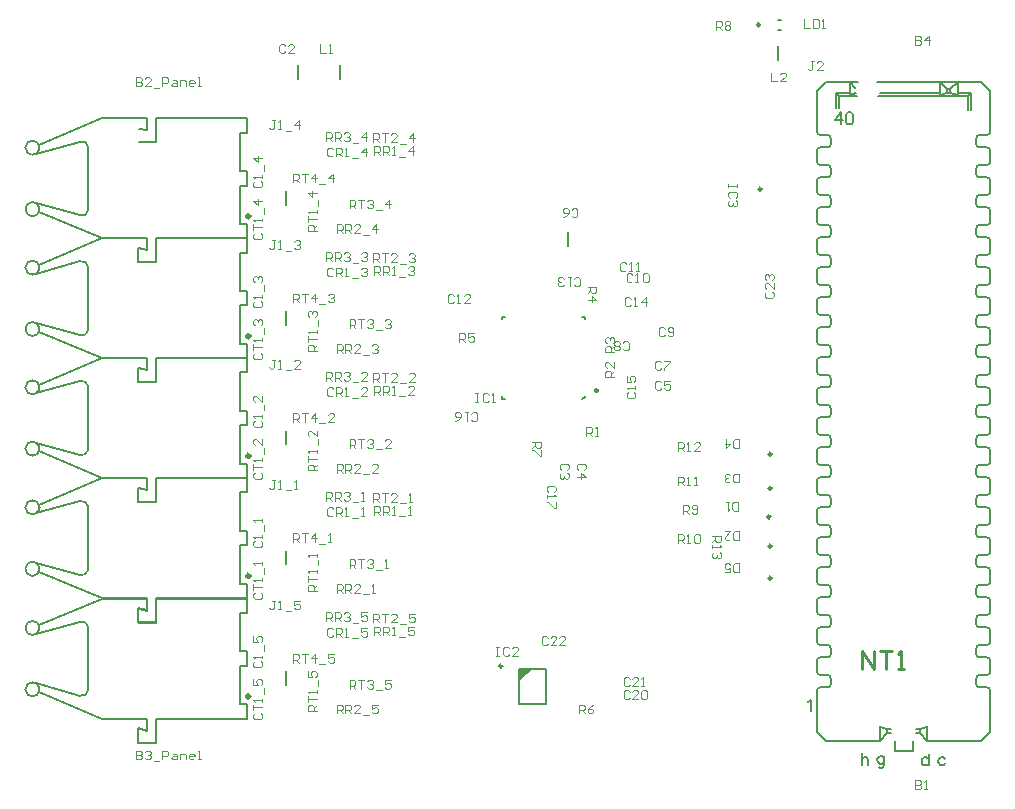
<source format=gto>
G04 Layer_Color=65535*
%FSLAX43Y43*%
%MOMM*%
G71*
G01*
G75*
%ADD27C,0.254*%
%ADD35C,0.300*%
%ADD36C,0.200*%
%ADD37C,0.250*%
%ADD38C,0.125*%
%ADD39C,0.150*%
D27*
X-1522Y9616D02*
Y11140D01*
X-506Y9616D01*
Y11140D01*
X2D02*
X1018D01*
X510D01*
Y9616D01*
X1525D02*
X2033D01*
X1779D01*
Y11140D01*
X1525Y10886D01*
D35*
X-53331Y47990D02*
G03*
X-53331Y47990I-150J0D01*
G01*
Y37840D02*
G03*
X-53331Y37840I-150J0D01*
G01*
Y27710D02*
G03*
X-53331Y27710I-150J0D01*
G01*
Y17540D02*
G03*
X-53331Y17540I-150J0D01*
G01*
Y7340D02*
G03*
X-53331Y7340I-150J0D01*
G01*
D36*
X-71151Y48590D02*
G03*
X-71151Y48590I-600J0D01*
G01*
X-67685Y48061D02*
G03*
X-67054Y48490I134J482D01*
G01*
X-71198Y48358D02*
G03*
X-71441Y49104I-553J233D01*
G01*
X-71151Y53790D02*
G03*
X-71151Y53790I-600J0D01*
G01*
X-67054Y53890D02*
G03*
X-67685Y54319I-497J-53D01*
G01*
X-71441Y53276D02*
G03*
X-71198Y54023I-309J514D01*
G01*
X-71151Y38440D02*
G03*
X-71151Y38440I-600J0D01*
G01*
X-67685Y37911D02*
G03*
X-67054Y38340I134J482D01*
G01*
X-71198Y38208D02*
G03*
X-71441Y38954I-553J233D01*
G01*
X-71151Y43640D02*
G03*
X-71151Y43640I-600J0D01*
G01*
X-67054Y43740D02*
G03*
X-67685Y44169I-497J-53D01*
G01*
X-71441Y43126D02*
G03*
X-71198Y43873I-309J514D01*
G01*
X-71151Y28310D02*
G03*
X-71151Y28310I-600J0D01*
G01*
X-67685Y27781D02*
G03*
X-67054Y28210I134J482D01*
G01*
X-71198Y28078D02*
G03*
X-71441Y28824I-553J233D01*
G01*
X-71151Y33510D02*
G03*
X-71151Y33510I-600J0D01*
G01*
X-67054Y33610D02*
G03*
X-67685Y34039I-497J-53D01*
G01*
X-71441Y32996D02*
G03*
X-71198Y33743I-309J514D01*
G01*
X-71151Y18140D02*
G03*
X-71151Y18140I-600J0D01*
G01*
X-67685Y17611D02*
G03*
X-67054Y18040I134J482D01*
G01*
X-71198Y17908D02*
G03*
X-71441Y18654I-553J233D01*
G01*
X-71151Y23340D02*
G03*
X-71151Y23340I-600J0D01*
G01*
X-67054Y23440D02*
G03*
X-67685Y23869I-497J-53D01*
G01*
X-71441Y22826D02*
G03*
X-71198Y23573I-309J514D01*
G01*
X-71151Y7940D02*
G03*
X-71151Y7940I-600J0D01*
G01*
X-67685Y7411D02*
G03*
X-67054Y7840I134J482D01*
G01*
X-71198Y7708D02*
G03*
X-71441Y8454I-553J233D01*
G01*
X-71151Y13140D02*
G03*
X-71151Y13140I-600J0D01*
G01*
X-67054Y13240D02*
G03*
X-67685Y13669I-497J-53D01*
G01*
X-71441Y12626D02*
G03*
X-71198Y13373I-309J514D01*
G01*
X-5341Y55138D02*
G03*
X-5087Y54884I254J0D01*
G01*
Y8098D02*
G03*
X-5341Y7844I0J-254D01*
G01*
X-4172Y54630D02*
G03*
X-4426Y54884I-254J0D01*
G01*
Y8098D02*
G03*
X-4172Y8352I0J254D01*
G01*
X-4426Y53818D02*
G03*
X-4172Y54072I0J254D01*
G01*
Y8910D02*
G03*
X-4426Y9164I-254J0D01*
G01*
X-5087Y53818D02*
G03*
X-5341Y53564I0J-254D01*
G01*
Y9418D02*
G03*
X-5087Y9164I254J0D01*
G01*
X-5341Y52598D02*
G03*
X-5087Y52344I254J0D01*
G01*
Y10638D02*
G03*
X-5341Y10384I0J-254D01*
G01*
X-4172Y52090D02*
G03*
X-4426Y52344I-254J0D01*
G01*
Y10638D02*
G03*
X-4172Y10892I0J254D01*
G01*
X-4426Y51278D02*
G03*
X-4172Y51532I0J254D01*
G01*
Y11450D02*
G03*
X-4426Y11704I-254J0D01*
G01*
X-5087Y51278D02*
G03*
X-5341Y51024I0J-254D01*
G01*
Y11958D02*
G03*
X-5087Y11704I254J0D01*
G01*
X-5341Y50058D02*
G03*
X-5087Y49804I254J0D01*
G01*
Y13178D02*
G03*
X-5341Y12924I0J-254D01*
G01*
X-4172Y49550D02*
G03*
X-4426Y49804I-254J0D01*
G01*
Y13178D02*
G03*
X-4172Y13432I0J254D01*
G01*
X-4426Y48738D02*
G03*
X-4172Y48992I0J254D01*
G01*
Y13990D02*
G03*
X-4426Y14244I-254J0D01*
G01*
X-5087Y48738D02*
G03*
X-5341Y48484I0J-254D01*
G01*
Y14498D02*
G03*
X-5087Y14244I254J0D01*
G01*
X-5341Y47518D02*
G03*
X-5087Y47264I254J0D01*
G01*
Y15718D02*
G03*
X-5341Y15464I0J-254D01*
G01*
X-4172Y47010D02*
G03*
X-4426Y47264I-254J0D01*
G01*
Y15718D02*
G03*
X-4172Y15972I0J254D01*
G01*
X-4426Y46198D02*
G03*
X-4172Y46452I0J254D01*
G01*
Y16530D02*
G03*
X-4426Y16784I-254J0D01*
G01*
X-5087Y46198D02*
G03*
X-5341Y45944I0J-254D01*
G01*
Y17038D02*
G03*
X-5087Y16784I254J0D01*
G01*
X-5341Y44978D02*
G03*
X-5087Y44724I254J0D01*
G01*
Y18258D02*
G03*
X-5341Y18004I0J-254D01*
G01*
X-4172Y44470D02*
G03*
X-4426Y44724I-254J0D01*
G01*
Y18258D02*
G03*
X-4172Y18512I0J254D01*
G01*
X-4426Y43658D02*
G03*
X-4172Y43912I0J254D01*
G01*
Y19070D02*
G03*
X-4426Y19324I-254J0D01*
G01*
X-5087Y43658D02*
G03*
X-5341Y43404I0J-254D01*
G01*
Y19578D02*
G03*
X-5087Y19324I254J0D01*
G01*
X-5341Y42438D02*
G03*
X-5087Y42184I254J0D01*
G01*
Y20798D02*
G03*
X-5341Y20544I0J-254D01*
G01*
X-4172Y41930D02*
G03*
X-4426Y42184I-254J0D01*
G01*
Y20798D02*
G03*
X-4172Y21052I0J254D01*
G01*
X-4426Y41118D02*
G03*
X-4172Y41372I0J254D01*
G01*
Y21610D02*
G03*
X-4426Y21864I-254J0D01*
G01*
X-5087Y41118D02*
G03*
X-5341Y40864I0J-254D01*
G01*
Y22118D02*
G03*
X-5087Y21864I254J0D01*
G01*
X-5341Y39898D02*
G03*
X-5087Y39644I254J0D01*
G01*
Y23338D02*
G03*
X-5341Y23084I0J-254D01*
G01*
X-4172Y39390D02*
G03*
X-4426Y39644I-254J0D01*
G01*
Y23338D02*
G03*
X-4172Y23592I0J254D01*
G01*
X-4426Y38578D02*
G03*
X-4172Y38832I0J254D01*
G01*
Y24150D02*
G03*
X-4426Y24404I-254J0D01*
G01*
X-5087Y38578D02*
G03*
X-5341Y38324I0J-254D01*
G01*
Y24658D02*
G03*
X-5087Y24404I254J0D01*
G01*
X-5341Y37358D02*
G03*
X-5087Y37104I254J0D01*
G01*
Y25878D02*
G03*
X-5341Y25624I0J-254D01*
G01*
X-4172Y36850D02*
G03*
X-4426Y37104I-254J0D01*
G01*
Y25878D02*
G03*
X-4172Y26132I0J254D01*
G01*
X-4426Y36038D02*
G03*
X-4172Y36292I0J254D01*
G01*
Y26690D02*
G03*
X-4426Y26944I-254J0D01*
G01*
X-5087Y36038D02*
G03*
X-5341Y35784I0J-254D01*
G01*
Y27198D02*
G03*
X-5087Y26944I254J0D01*
G01*
X-5341Y34818D02*
G03*
X-5087Y34564I254J0D01*
G01*
Y28418D02*
G03*
X-5341Y28164I0J-254D01*
G01*
X-4172Y34310D02*
G03*
X-4426Y34564I-254J0D01*
G01*
Y28418D02*
G03*
X-4172Y28672I0J254D01*
G01*
X-4426Y33498D02*
G03*
X-4172Y33752I0J254D01*
G01*
Y29230D02*
G03*
X-4426Y29484I-254J0D01*
G01*
X-5087Y33498D02*
G03*
X-5341Y33244I0J-254D01*
G01*
Y29738D02*
G03*
X-5087Y29484I254J0D01*
G01*
X-5341Y32278D02*
G03*
X-5087Y32024I254J0D01*
G01*
Y30958D02*
G03*
X-5341Y30704I0J-254D01*
G01*
X-4172Y31770D02*
G03*
X-4426Y32024I-254J0D01*
G01*
Y30958D02*
G03*
X-4172Y31212I0J254D01*
G01*
X9341Y7844D02*
G03*
X9087Y8098I-254J0D01*
G01*
X8172Y8352D02*
G03*
X8426Y8098I254J0D01*
G01*
Y9164D02*
G03*
X8172Y8910I0J-254D01*
G01*
X9087Y54884D02*
G03*
X9341Y55138I0J254D01*
G01*
X9087Y9164D02*
G03*
X9341Y9418I0J254D01*
G01*
X8426Y54884D02*
G03*
X8172Y54630I0J-254D01*
G01*
X9341Y10384D02*
G03*
X9087Y10638I-254J0D01*
G01*
X8172Y54072D02*
G03*
X8426Y53818I254J0D01*
G01*
X8172Y10892D02*
G03*
X8426Y10638I254J0D01*
G01*
X9341Y53564D02*
G03*
X9087Y53818I-254J0D01*
G01*
X8426Y11704D02*
G03*
X8172Y11450I0J-254D01*
G01*
X9087Y52344D02*
G03*
X9341Y52598I0J254D01*
G01*
X9087Y11704D02*
G03*
X9341Y11958I0J254D01*
G01*
X8426Y52344D02*
G03*
X8172Y52090I0J-254D01*
G01*
X9341Y12924D02*
G03*
X9087Y13178I-254J0D01*
G01*
X8172Y51532D02*
G03*
X8426Y51278I254J0D01*
G01*
X8172Y13432D02*
G03*
X8426Y13178I254J0D01*
G01*
X9341Y51024D02*
G03*
X9087Y51278I-254J0D01*
G01*
X8426Y14244D02*
G03*
X8172Y13990I0J-254D01*
G01*
X9087Y49804D02*
G03*
X9341Y50058I0J254D01*
G01*
X9087Y14244D02*
G03*
X9341Y14498I0J254D01*
G01*
X8426Y49804D02*
G03*
X8172Y49550I0J-254D01*
G01*
X9341Y15464D02*
G03*
X9087Y15718I-254J0D01*
G01*
X8172Y48992D02*
G03*
X8426Y48738I254J0D01*
G01*
X8172Y15972D02*
G03*
X8426Y15718I254J0D01*
G01*
X9341Y48484D02*
G03*
X9087Y48738I-254J0D01*
G01*
X8426Y16784D02*
G03*
X8172Y16530I0J-254D01*
G01*
X9087Y47264D02*
G03*
X9341Y47518I0J254D01*
G01*
X9087Y16784D02*
G03*
X9341Y17038I0J254D01*
G01*
X8426Y47264D02*
G03*
X8172Y47010I0J-254D01*
G01*
X9341Y18004D02*
G03*
X9087Y18258I-254J0D01*
G01*
X8172Y46452D02*
G03*
X8426Y46198I254J0D01*
G01*
X8172Y18512D02*
G03*
X8426Y18258I254J0D01*
G01*
X9341Y45944D02*
G03*
X9087Y46198I-254J0D01*
G01*
X8426Y19324D02*
G03*
X8172Y19070I0J-254D01*
G01*
X9087Y44724D02*
G03*
X9341Y44978I0J254D01*
G01*
X9087Y19324D02*
G03*
X9341Y19578I0J254D01*
G01*
X8426Y44724D02*
G03*
X8172Y44470I0J-254D01*
G01*
X9341Y20544D02*
G03*
X9087Y20798I-254J0D01*
G01*
X8172Y43912D02*
G03*
X8426Y43658I254J0D01*
G01*
X8172Y21052D02*
G03*
X8426Y20798I254J0D01*
G01*
X9341Y43404D02*
G03*
X9087Y43658I-254J0D01*
G01*
X8426Y21864D02*
G03*
X8172Y21610I0J-254D01*
G01*
X9087Y42184D02*
G03*
X9341Y42438I0J254D01*
G01*
X9087Y21864D02*
G03*
X9341Y22118I0J254D01*
G01*
X8426Y42184D02*
G03*
X8172Y41930I0J-254D01*
G01*
X9341Y23084D02*
G03*
X9087Y23338I-254J0D01*
G01*
X8172Y41372D02*
G03*
X8426Y41118I254J0D01*
G01*
X8172Y23592D02*
G03*
X8426Y23338I254J0D01*
G01*
X9341Y40864D02*
G03*
X9087Y41118I-254J0D01*
G01*
X8426Y24404D02*
G03*
X8172Y24150I0J-254D01*
G01*
X9087Y39644D02*
G03*
X9341Y39898I0J254D01*
G01*
X9087Y24404D02*
G03*
X9341Y24658I0J254D01*
G01*
X8426Y39644D02*
G03*
X8172Y39390I0J-254D01*
G01*
X9341Y25624D02*
G03*
X9087Y25878I-254J0D01*
G01*
X8172Y38832D02*
G03*
X8426Y38578I254J0D01*
G01*
X8172Y26132D02*
G03*
X8426Y25878I254J0D01*
G01*
X9341Y38324D02*
G03*
X9087Y38578I-254J0D01*
G01*
X8426Y26944D02*
G03*
X8172Y26690I0J-254D01*
G01*
X9087Y37104D02*
G03*
X9341Y37358I0J254D01*
G01*
X9087Y26944D02*
G03*
X9341Y27198I0J254D01*
G01*
X8426Y37104D02*
G03*
X8172Y36850I0J-254D01*
G01*
X9341Y28164D02*
G03*
X9087Y28418I-254J0D01*
G01*
X8172Y36292D02*
G03*
X8426Y36038I254J0D01*
G01*
X8172Y28672D02*
G03*
X8426Y28418I254J0D01*
G01*
X9341Y35784D02*
G03*
X9087Y36038I-254J0D01*
G01*
X8426Y29484D02*
G03*
X8172Y29230I0J-254D01*
G01*
X9087Y34564D02*
G03*
X9341Y34818I0J254D01*
G01*
X9087Y29484D02*
G03*
X9341Y29738I0J254D01*
G01*
X8426Y34564D02*
G03*
X8172Y34310I0J-254D01*
G01*
X9341Y30704D02*
G03*
X9087Y30958I-254J0D01*
G01*
X8172Y33752D02*
G03*
X8426Y33498I254J0D01*
G01*
X8172Y31212D02*
G03*
X8426Y30958I254J0D01*
G01*
X9341Y33244D02*
G03*
X9087Y33498I-254J0D01*
G01*
X8426Y32024D02*
G03*
X8172Y31770I0J-254D01*
G01*
X9087Y32024D02*
G03*
X9341Y32278I0J254D01*
G01*
X8426Y9164D02*
G03*
X8172Y8910I0J-254D01*
G01*
Y8352D02*
G03*
X8426Y8098I254J0D01*
G01*
X-4172Y8910D02*
G03*
X-4426Y9164I-254J0D01*
G01*
Y8098D02*
G03*
X-4172Y8352I0J254D01*
G01*
X8426Y11704D02*
G03*
X8172Y11450I0J-254D01*
G01*
Y10892D02*
G03*
X8426Y10638I254J0D01*
G01*
X-4172Y11450D02*
G03*
X-4426Y11704I-254J0D01*
G01*
Y10638D02*
G03*
X-4172Y10892I0J254D01*
G01*
X8426Y14244D02*
G03*
X8172Y13990I0J-254D01*
G01*
Y13432D02*
G03*
X8426Y13178I254J0D01*
G01*
X-4172Y13990D02*
G03*
X-4426Y14244I-254J0D01*
G01*
Y13178D02*
G03*
X-4172Y13432I0J254D01*
G01*
X8426Y16784D02*
G03*
X8172Y16530I0J-254D01*
G01*
Y15972D02*
G03*
X8426Y15718I254J0D01*
G01*
X-4172Y16530D02*
G03*
X-4426Y16784I-254J0D01*
G01*
Y15718D02*
G03*
X-4172Y15972I0J254D01*
G01*
X8426Y19324D02*
G03*
X8172Y19070I0J-254D01*
G01*
Y18512D02*
G03*
X8426Y18258I254J0D01*
G01*
X-4172Y19070D02*
G03*
X-4426Y19324I-254J0D01*
G01*
Y18258D02*
G03*
X-4172Y18512I0J254D01*
G01*
X8426Y21864D02*
G03*
X8172Y21610I0J-254D01*
G01*
Y21052D02*
G03*
X8426Y20798I254J0D01*
G01*
X-4172Y21610D02*
G03*
X-4426Y21864I-254J0D01*
G01*
Y20798D02*
G03*
X-4172Y21052I0J254D01*
G01*
X8426Y24404D02*
G03*
X8172Y24150I0J-254D01*
G01*
Y23592D02*
G03*
X8426Y23338I254J0D01*
G01*
X-4172Y24150D02*
G03*
X-4426Y24404I-254J0D01*
G01*
Y23338D02*
G03*
X-4172Y23592I0J254D01*
G01*
X8426Y26944D02*
G03*
X8172Y26690I0J-254D01*
G01*
Y26132D02*
G03*
X8426Y25878I254J0D01*
G01*
X-4172Y26690D02*
G03*
X-4426Y26944I-254J0D01*
G01*
Y25878D02*
G03*
X-4172Y26132I0J254D01*
G01*
X8426Y29484D02*
G03*
X8172Y29230I0J-254D01*
G01*
Y28672D02*
G03*
X8426Y28418I254J0D01*
G01*
X-4172Y29230D02*
G03*
X-4426Y29484I-254J0D01*
G01*
Y28418D02*
G03*
X-4172Y28672I0J254D01*
G01*
X8426Y32024D02*
G03*
X8172Y31770I0J-254D01*
G01*
Y31212D02*
G03*
X8426Y30958I254J0D01*
G01*
X-4172Y31770D02*
G03*
X-4426Y32024I-254J0D01*
G01*
Y30958D02*
G03*
X-4172Y31212I0J254D01*
G01*
X8426Y34564D02*
G03*
X8172Y34310I0J-254D01*
G01*
Y33752D02*
G03*
X8426Y33498I254J0D01*
G01*
X-4172Y34310D02*
G03*
X-4426Y34564I-254J0D01*
G01*
Y33498D02*
G03*
X-4172Y33752I0J254D01*
G01*
X8426Y37104D02*
G03*
X8172Y36850I0J-254D01*
G01*
Y36292D02*
G03*
X8426Y36038I254J0D01*
G01*
X-4172Y36850D02*
G03*
X-4426Y37104I-254J0D01*
G01*
Y36038D02*
G03*
X-4172Y36292I0J254D01*
G01*
X8426Y39644D02*
G03*
X8172Y39390I0J-254D01*
G01*
Y38832D02*
G03*
X8426Y38578I254J0D01*
G01*
X-4172Y39390D02*
G03*
X-4426Y39644I-254J0D01*
G01*
Y38578D02*
G03*
X-4172Y38832I0J254D01*
G01*
X8426Y42184D02*
G03*
X8172Y41930I0J-254D01*
G01*
Y41372D02*
G03*
X8426Y41118I254J0D01*
G01*
X-4172Y41930D02*
G03*
X-4426Y42184I-254J0D01*
G01*
Y41118D02*
G03*
X-4172Y41372I0J254D01*
G01*
X8426Y44724D02*
G03*
X8172Y44470I0J-254D01*
G01*
Y43912D02*
G03*
X8426Y43658I254J0D01*
G01*
X-4172Y44470D02*
G03*
X-4426Y44724I-254J0D01*
G01*
Y43658D02*
G03*
X-4172Y43912I0J254D01*
G01*
X8426Y47264D02*
G03*
X8172Y47010I0J-254D01*
G01*
Y46452D02*
G03*
X8426Y46198I254J0D01*
G01*
X-4172Y47010D02*
G03*
X-4426Y47264I-254J0D01*
G01*
Y46198D02*
G03*
X-4172Y46452I0J254D01*
G01*
X8426Y49804D02*
G03*
X8172Y49550I0J-254D01*
G01*
Y48992D02*
G03*
X8426Y48738I254J0D01*
G01*
X-4172Y49550D02*
G03*
X-4426Y49804I-254J0D01*
G01*
Y48738D02*
G03*
X-4172Y48992I0J254D01*
G01*
X8426Y52344D02*
G03*
X8172Y52090I0J-254D01*
G01*
Y51532D02*
G03*
X8426Y51278I254J0D01*
G01*
X-4172Y52090D02*
G03*
X-4426Y52344I-254J0D01*
G01*
Y51278D02*
G03*
X-4172Y51532I0J254D01*
G01*
X8426Y54884D02*
G03*
X8172Y54630I0J-254D01*
G01*
Y54072D02*
G03*
X8426Y53818I254J0D01*
G01*
X-4172Y54630D02*
G03*
X-4426Y54884I-254J0D01*
G01*
Y53818D02*
G03*
X-4172Y54072I0J254D01*
G01*
X-26405Y45501D02*
Y46651D01*
X-8600Y61200D02*
Y62400D01*
X-45750Y59600D02*
Y60800D01*
X-67054Y48490D02*
Y53890D01*
X-71441Y49104D02*
X-67685Y48061D01*
X-71198Y48358D02*
X-65851Y46110D01*
X-71441Y53276D02*
X-67685Y54319D01*
X-71198Y54023D02*
X-65851Y56270D01*
X-54151Y51790D02*
Y55070D01*
X-53551D02*
Y56270D01*
Y50590D02*
Y51790D01*
X-54151Y47310D02*
Y50590D01*
Y51790D02*
X-53551D01*
X-54151Y50590D02*
X-53551D01*
X-54151Y55070D02*
X-53551D01*
X-54151Y47310D02*
X-53551D01*
X-65851Y46110D02*
X-62051D01*
X-65851Y56270D02*
X-62051D01*
Y55255D02*
Y56270D01*
X-62731Y55412D02*
X-62051Y55255D01*
X-62731Y54240D02*
X-61251D01*
Y56270D01*
X-62051Y45095D02*
Y46110D01*
X-62851Y45280D02*
X-62051Y45095D01*
X-62851Y44080D02*
Y45280D01*
Y44080D02*
X-61251D01*
Y46110D01*
X-53551D01*
X-61251Y56270D02*
X-53551D01*
Y46110D02*
Y47310D01*
X-67054Y38340D02*
Y43740D01*
X-71441Y38954D02*
X-67685Y37911D01*
X-71198Y38208D02*
X-65851Y35960D01*
X-71441Y43126D02*
X-67685Y44169D01*
X-71198Y43873D02*
X-65851Y46120D01*
X-54151Y41640D02*
Y44920D01*
X-53551D02*
Y46120D01*
Y40440D02*
Y41640D01*
X-54151Y37160D02*
Y40440D01*
Y41640D02*
X-53551D01*
X-54151Y40440D02*
X-53551D01*
X-54151Y44920D02*
X-53551D01*
X-54151Y37160D02*
X-53551D01*
X-65851Y35960D02*
X-62051D01*
X-65851Y46120D02*
X-62051D01*
Y45105D02*
Y46120D01*
X-62731Y45262D02*
X-62051Y45105D01*
X-62731Y44090D02*
X-61251D01*
Y46120D01*
X-62051Y34945D02*
Y35960D01*
X-62851Y35130D02*
X-62051Y34945D01*
X-62851Y33930D02*
Y35130D01*
Y33930D02*
X-61251D01*
Y35960D01*
X-53551D01*
X-61251Y46120D02*
X-53551D01*
Y35960D02*
Y37160D01*
X-67054Y28210D02*
Y33610D01*
X-71441Y28824D02*
X-67685Y27781D01*
X-71198Y28078D02*
X-65851Y25830D01*
X-71441Y32996D02*
X-67685Y34039D01*
X-71198Y33743D02*
X-65851Y35990D01*
X-54151Y31510D02*
Y34790D01*
X-53551D02*
Y35990D01*
Y30310D02*
Y31510D01*
X-54151Y27030D02*
Y30310D01*
Y31510D02*
X-53551D01*
X-54151Y30310D02*
X-53551D01*
X-54151Y34790D02*
X-53551D01*
X-54151Y27030D02*
X-53551D01*
X-65851Y25830D02*
X-62051D01*
X-65851Y35990D02*
X-62051D01*
Y34975D02*
Y35990D01*
X-62731Y35132D02*
X-62051Y34975D01*
X-62731Y33960D02*
X-61251D01*
Y35990D01*
X-62051Y24815D02*
Y25830D01*
X-62851Y25000D02*
X-62051Y24815D01*
X-62851Y23800D02*
Y25000D01*
Y23800D02*
X-61251D01*
Y25830D01*
X-53551D01*
X-61251Y35990D02*
X-53551D01*
Y25830D02*
Y27030D01*
X-67054Y18040D02*
Y23440D01*
X-71441Y18654D02*
X-67685Y17611D01*
X-71198Y17908D02*
X-65851Y15660D01*
X-71441Y22826D02*
X-67685Y23869D01*
X-71198Y23573D02*
X-65851Y25820D01*
X-54151Y21340D02*
Y24620D01*
X-53551D02*
Y25820D01*
Y20140D02*
Y21340D01*
X-54151Y16860D02*
Y20140D01*
Y21340D02*
X-53551D01*
X-54151Y20140D02*
X-53551D01*
X-54151Y24620D02*
X-53551D01*
X-54151Y16860D02*
X-53551D01*
X-65851Y15660D02*
X-62051D01*
X-65851Y25820D02*
X-62051D01*
Y24805D02*
Y25820D01*
X-62731Y24962D02*
X-62051Y24805D01*
X-62731Y23790D02*
X-61251D01*
Y25820D01*
X-62051Y14645D02*
Y15660D01*
X-62851Y14830D02*
X-62051Y14645D01*
X-62851Y13630D02*
Y14830D01*
Y13630D02*
X-61251D01*
Y15660D01*
X-53551D01*
X-61251Y25820D02*
X-53551D01*
Y15660D02*
Y16860D01*
X-49250Y59625D02*
Y60775D01*
X-50300Y8325D02*
Y9475D01*
Y48975D02*
Y50125D01*
Y38825D02*
Y39975D01*
Y28695D02*
Y29845D01*
Y18525D02*
Y19675D01*
X-67054Y7840D02*
Y13240D01*
X-71441Y8454D02*
X-67685Y7411D01*
X-71198Y7708D02*
X-65851Y5460D01*
X-71441Y12626D02*
X-67685Y13669D01*
X-71198Y13373D02*
X-65851Y15620D01*
X-54151Y11140D02*
Y14420D01*
X-53551D02*
Y15620D01*
Y9940D02*
Y11140D01*
X-54151Y6660D02*
Y9940D01*
Y11140D02*
X-53551D01*
X-54151Y9940D02*
X-53551D01*
X-54151Y14420D02*
X-53551D01*
X-54151Y6660D02*
X-53551D01*
X-65851Y5460D02*
X-62051D01*
X-65851Y15620D02*
X-62051D01*
Y14605D02*
Y15620D01*
X-62731Y14762D02*
X-62051Y14605D01*
X-62731Y13590D02*
X-61251D01*
Y15620D01*
X-62051Y4445D02*
Y5460D01*
X-62851Y4630D02*
X-62051Y4445D01*
X-62851Y3430D02*
Y4630D01*
Y3430D02*
X-61251D01*
Y5460D01*
X-53551D01*
X-61251Y15620D02*
X-53551D01*
Y5460D02*
Y6660D01*
X-8600Y64600D02*
X-8400D01*
X-8600Y63800D02*
X-8400D01*
X-25000Y32700D02*
Y32750D01*
X-25200Y32500D02*
X-25000Y32700D01*
X-25250Y32500D02*
X-25200D01*
X-32000D02*
Y32750D01*
Y32500D02*
X-31750D01*
X-25000Y39250D02*
Y39500D01*
X-25250D02*
X-25000D01*
X-32000Y39250D02*
Y39500D01*
X-31750D01*
X-4579Y3602D02*
X-7D01*
X-5341Y58618D02*
X-4579Y59380D01*
X-5341Y4364D02*
X-4579Y3602D01*
X-5341Y55138D02*
Y58618D01*
Y4364D02*
Y7844D01*
X-5087Y54884D02*
X-4426D01*
X-5087Y8098D02*
X-4426D01*
X-4172Y54072D02*
Y54630D01*
Y8352D02*
Y8910D01*
X-5087Y53818D02*
X-4426D01*
X-5087Y9164D02*
X-4426D01*
X-5341Y52598D02*
Y53564D01*
Y9418D02*
Y10384D01*
X-5087Y52344D02*
X-4426D01*
X-5087Y10638D02*
X-4426D01*
X-4172Y51532D02*
Y52090D01*
Y10892D02*
Y11450D01*
X-5087Y51278D02*
X-4426D01*
X-5087Y11704D02*
X-4426D01*
X-5341Y50058D02*
Y51024D01*
Y11958D02*
Y12924D01*
X-5087Y49804D02*
X-4426D01*
X-5087Y13178D02*
X-4426D01*
X-4172Y48992D02*
Y49550D01*
Y13432D02*
Y13990D01*
X-5087Y48738D02*
X-4426D01*
X-5087Y14244D02*
X-4426D01*
X-5341Y47518D02*
Y48484D01*
Y14498D02*
Y15464D01*
X-5087Y47264D02*
X-4426D01*
X-5087Y15718D02*
X-4426D01*
X-4172Y46452D02*
Y47010D01*
Y15972D02*
Y16530D01*
X-5087Y46198D02*
X-4426D01*
X-5087Y16784D02*
X-4426D01*
X-5341Y44978D02*
Y45944D01*
Y17038D02*
Y18004D01*
X-5087Y44724D02*
X-4426D01*
X-5087Y18258D02*
X-4426D01*
X-4172Y43912D02*
Y44470D01*
Y18512D02*
Y19070D01*
X-5087Y43658D02*
X-4426D01*
X-5087Y19324D02*
X-4426D01*
X-5341Y42438D02*
Y43404D01*
Y19578D02*
Y20544D01*
X-5087Y42184D02*
X-4426D01*
X-5087Y20798D02*
X-4426D01*
X-4172Y41372D02*
Y41930D01*
Y21052D02*
Y21610D01*
X-5087Y41118D02*
X-4426D01*
X-5087Y21864D02*
X-4426D01*
X-5341Y39898D02*
Y40864D01*
Y22118D02*
Y23084D01*
X-5087Y39644D02*
X-4426D01*
X-5087Y23338D02*
X-4426D01*
X-4172Y38832D02*
Y39390D01*
Y23592D02*
Y24150D01*
X-5087Y38578D02*
X-4426D01*
X-5087Y24404D02*
X-4426D01*
X-5341Y37358D02*
Y38324D01*
Y24658D02*
Y25624D01*
X-5087Y37104D02*
X-4426D01*
X-5087Y25878D02*
X-4426D01*
X-4172Y36292D02*
Y36850D01*
Y26132D02*
Y26690D01*
X-5087Y36038D02*
X-4426D01*
X-5087Y26944D02*
X-4426D01*
X-5341Y34818D02*
Y35784D01*
Y27198D02*
Y28164D01*
X-5087Y34564D02*
X-4426D01*
X-5087Y28418D02*
X-4426D01*
X-4172Y33752D02*
Y34310D01*
Y28672D02*
Y29230D01*
X-5087Y33498D02*
X-4426D01*
X-5087Y29484D02*
X-4426D01*
X-5341Y32278D02*
Y33244D01*
Y29738D02*
Y30704D01*
X-5087Y32024D02*
X-4426D01*
X-5087Y30958D02*
X-4426D01*
X-4172Y31212D02*
Y31770D01*
X4007Y3602D02*
X8579D01*
X9341Y4364D01*
Y7844D01*
X6572Y58440D02*
Y59380D01*
X8426Y8098D02*
X9087D01*
X6572Y59380D02*
X8579D01*
X9341Y58618D01*
X8172Y8352D02*
Y8910D01*
X9341Y55138D02*
Y58618D01*
X8426Y9164D02*
X9087D01*
X8426Y54884D02*
X9087D01*
X9341Y9418D02*
Y10384D01*
X8172Y54072D02*
Y54630D01*
X8426Y10638D02*
X9087D01*
X8426Y53818D02*
X9087D01*
X8172Y10892D02*
Y11450D01*
X9341Y52598D02*
Y53564D01*
X8426Y11704D02*
X9087D01*
X8426Y52344D02*
X9087D01*
X9341Y11958D02*
Y12924D01*
X8172Y51532D02*
Y52090D01*
X8426Y13178D02*
X9087D01*
X8426Y51278D02*
X9087D01*
X8172Y13432D02*
Y13990D01*
X9341Y50058D02*
Y51024D01*
X8426Y14244D02*
X9087D01*
X8426Y49804D02*
X9087D01*
X9341Y14498D02*
Y15464D01*
X8172Y48992D02*
Y49550D01*
X8426Y15718D02*
X9087D01*
X8426Y48738D02*
X9087D01*
X8172Y15972D02*
Y16530D01*
X9341Y47518D02*
Y48484D01*
X8426Y16784D02*
X9087D01*
X8426Y47264D02*
X9087D01*
X9341Y17038D02*
Y18004D01*
X8172Y46452D02*
Y47010D01*
X8426Y18258D02*
X9087D01*
X8426Y46198D02*
X9087D01*
X8172Y18512D02*
Y19070D01*
X9341Y44978D02*
Y45944D01*
X8426Y19324D02*
X9087D01*
X8426Y44724D02*
X9087D01*
X9341Y19578D02*
Y20544D01*
X8172Y43912D02*
Y44470D01*
X8426Y20798D02*
X9087D01*
X8426Y43658D02*
X9087D01*
X8172Y21052D02*
Y21610D01*
X9341Y42438D02*
Y43404D01*
X8426Y21864D02*
X9087D01*
X8426Y42184D02*
X9087D01*
X9341Y22118D02*
Y23084D01*
X8172Y41372D02*
Y41930D01*
X8426Y23338D02*
X9087D01*
X8426Y41118D02*
X9087D01*
X8172Y23592D02*
Y24150D01*
X9341Y39898D02*
Y40864D01*
X8426Y24404D02*
X9087D01*
X8426Y39644D02*
X9087D01*
X9341Y24658D02*
Y25624D01*
X8172Y38832D02*
Y39390D01*
X8426Y25878D02*
X9087D01*
X8426Y38578D02*
X9087D01*
X8172Y26132D02*
Y26690D01*
X9341Y37358D02*
Y38324D01*
X8426Y26944D02*
X9087D01*
X8426Y37104D02*
X9087D01*
X9341Y27198D02*
Y28164D01*
X8172Y36292D02*
Y36850D01*
X8426Y28418D02*
X9087D01*
X8426Y36038D02*
X9087D01*
X8172Y28672D02*
Y29230D01*
X9341Y34818D02*
Y35784D01*
X8426Y29484D02*
X9087D01*
X8426Y34564D02*
X9087D01*
X9341Y29738D02*
Y30704D01*
X8172Y33752D02*
Y34310D01*
X8426Y30958D02*
X9087D01*
X8426Y33498D02*
X9087D01*
X8172Y31212D02*
Y31770D01*
X9341Y32278D02*
Y33244D01*
X8426Y32024D02*
X9087D01*
X-2572Y58223D02*
X-2059Y58399D01*
X5937Y58440D02*
X6572Y58223D01*
X5683Y58440D02*
X5937D01*
X5048Y58223D02*
X5683Y58440D01*
X5048Y58223D02*
Y59380D01*
X5683Y58745D01*
X5937D02*
X6572Y59380D01*
X5683Y58745D02*
X5937D01*
X5048Y59380D02*
X5683Y58745D01*
X5937Y58440D02*
X6572Y58223D01*
Y59380D01*
X5937Y58440D02*
Y58745D01*
X6572Y59380D01*
X-2572Y58223D02*
X-2059Y58399D01*
X-2572Y59380D02*
X-2078Y58886D01*
X-2572Y59380D02*
X-2078Y58886D01*
X5683Y58440D02*
X5937D01*
Y58745D01*
X5683Y58440D02*
Y58745D01*
X5937D01*
X6572Y58186D02*
Y59380D01*
Y58440D02*
Y59380D01*
X5048Y58186D02*
Y59380D01*
Y58440D02*
Y59380D01*
X8426Y8098D02*
X9087D01*
X8426Y9164D02*
X9087D01*
X8172Y8352D02*
Y8910D01*
X-4172Y8352D02*
Y8910D01*
X-5087Y9164D02*
X-4426D01*
X-5087Y8098D02*
X-4426D01*
X8426Y10638D02*
X9087D01*
X8426Y11704D02*
X9087D01*
X8172Y10892D02*
Y11450D01*
X-4172Y10892D02*
Y11450D01*
X-5087Y11704D02*
X-4426D01*
X-5087Y10638D02*
X-4426D01*
X8426Y13178D02*
X9087D01*
X8426Y14244D02*
X9087D01*
X8172Y13432D02*
Y13990D01*
X-4172Y13432D02*
Y13990D01*
X-5087Y14244D02*
X-4426D01*
X-5087Y13178D02*
X-4426D01*
X8426Y15718D02*
X9087D01*
X8426Y16784D02*
X9087D01*
X8172Y15972D02*
Y16530D01*
X-4172Y15972D02*
Y16530D01*
X-5087Y16784D02*
X-4426D01*
X-5087Y15718D02*
X-4426D01*
X8426Y18258D02*
X9087D01*
X8426Y19324D02*
X9087D01*
X8172Y18512D02*
Y19070D01*
X-4172Y18512D02*
Y19070D01*
X-5087Y19324D02*
X-4426D01*
X-5087Y18258D02*
X-4426D01*
X8426Y20798D02*
X9087D01*
X8426Y21864D02*
X9087D01*
X8172Y21052D02*
Y21610D01*
X-4172Y21052D02*
Y21610D01*
X-5087Y21864D02*
X-4426D01*
X-5087Y20798D02*
X-4426D01*
X8426Y23338D02*
X9087D01*
X8426Y24404D02*
X9087D01*
X8172Y23592D02*
Y24150D01*
X-4172Y23592D02*
Y24150D01*
X-5087Y24404D02*
X-4426D01*
X-5087Y23338D02*
X-4426D01*
X8426Y25878D02*
X9087D01*
X8426Y26944D02*
X9087D01*
X8172Y26132D02*
Y26690D01*
X-4172Y26132D02*
Y26690D01*
X-5087Y26944D02*
X-4426D01*
X-5087Y25878D02*
X-4426D01*
X8426Y28418D02*
X9087D01*
X8426Y29484D02*
X9087D01*
X8172Y28672D02*
Y29230D01*
X-4172Y28672D02*
Y29230D01*
X-5087Y29484D02*
X-4426D01*
X-5087Y28418D02*
X-4426D01*
X8426Y30958D02*
X9087D01*
X8426Y32024D02*
X9087D01*
X8172Y31212D02*
Y31770D01*
X-4172Y31212D02*
Y31770D01*
X-5087Y32024D02*
X-4426D01*
X-5087Y30958D02*
X-4426D01*
X8426Y33498D02*
X9087D01*
X8426Y34564D02*
X9087D01*
X8172Y33752D02*
Y34310D01*
X-4172Y33752D02*
Y34310D01*
X-5087Y34564D02*
X-4426D01*
X-5087Y33498D02*
X-4426D01*
X8426Y36038D02*
X9087D01*
X8426Y37104D02*
X9087D01*
X8172Y36292D02*
Y36850D01*
X-4172Y36292D02*
Y36850D01*
X-5087Y37104D02*
X-4426D01*
X-5087Y36038D02*
X-4426D01*
X8426Y38578D02*
X9087D01*
X8426Y39644D02*
X9087D01*
X8172Y38832D02*
Y39390D01*
X-4172Y38832D02*
Y39390D01*
X-5087Y39644D02*
X-4426D01*
X-5087Y38578D02*
X-4426D01*
X8426Y41118D02*
X9087D01*
X8426Y42184D02*
X9087D01*
X8172Y41372D02*
Y41930D01*
X-4172Y41372D02*
Y41930D01*
X-5087Y42184D02*
X-4426D01*
X-5087Y41118D02*
X-4426D01*
X8426Y43658D02*
X9087D01*
X8426Y44724D02*
X9087D01*
X8172Y43912D02*
Y44470D01*
X-4172Y43912D02*
Y44470D01*
X-5087Y44724D02*
X-4426D01*
X-5087Y43658D02*
X-4426D01*
X8426Y46198D02*
X9087D01*
X8426Y47264D02*
X9087D01*
X8172Y46452D02*
Y47010D01*
X-4172Y46452D02*
Y47010D01*
X-5087Y47264D02*
X-4426D01*
X-5087Y46198D02*
X-4426D01*
X8426Y48738D02*
X9087D01*
X8426Y49804D02*
X9087D01*
X8172Y48992D02*
Y49550D01*
X-4172Y48992D02*
Y49550D01*
X-5087Y49804D02*
X-4426D01*
X-5087Y48738D02*
X-4426D01*
X8426Y51278D02*
X9087D01*
X8426Y52344D02*
X9087D01*
X8172Y51532D02*
Y52090D01*
X-4172Y51532D02*
Y52090D01*
X-5087Y52344D02*
X-4426D01*
X-5087Y51278D02*
X-4426D01*
X8426Y53818D02*
X9087D01*
X8426Y54884D02*
X9087D01*
X8172Y54072D02*
Y54630D01*
X-4172Y54072D02*
Y54630D01*
X-5087Y54884D02*
X-4426D01*
X-5087Y53818D02*
X-4426D01*
X-5341Y4364D02*
X-4579Y3602D01*
X8579D02*
X9341Y4364D01*
X8579Y59380D02*
X9341Y58618D01*
X-5341D02*
X-4579Y59380D01*
X9341Y4364D02*
Y7844D01*
X-5341Y55138D02*
Y58618D01*
X7486Y56970D02*
Y58186D01*
X4007Y3602D02*
X8579D01*
X-4579D02*
X-7D01*
X5048Y59380D02*
X6572D01*
X-4579D02*
X-1832D01*
X-5341Y52598D02*
Y53564D01*
X9341Y55138D02*
Y58618D01*
X-5341Y50058D02*
Y51024D01*
X9341Y52598D02*
Y53564D01*
X-5341Y47518D02*
Y48484D01*
X9341Y50058D02*
Y51024D01*
X-5341Y44978D02*
Y45944D01*
X9341Y47518D02*
Y48484D01*
X-5341Y42438D02*
Y43404D01*
X9341Y44978D02*
Y45944D01*
X-5341Y39898D02*
Y40864D01*
X9341Y42438D02*
Y43404D01*
X-5341Y37358D02*
Y38324D01*
X9341Y39898D02*
Y40864D01*
X-5341Y34818D02*
Y35784D01*
X9341Y37358D02*
Y38324D01*
X-5341Y32278D02*
Y33244D01*
X9341Y34818D02*
Y35784D01*
X-5341Y29738D02*
Y30704D01*
X9341Y32278D02*
Y33244D01*
X-5341Y27198D02*
Y28164D01*
X9341Y29738D02*
Y30704D01*
X-5341Y24658D02*
Y25624D01*
X9341Y27198D02*
Y28164D01*
X-5341Y22118D02*
Y23084D01*
X9341Y24658D02*
Y25624D01*
X-5341Y19578D02*
Y20544D01*
X9341Y22118D02*
Y23084D01*
X-5341Y17038D02*
Y18004D01*
X9341Y19578D02*
Y20544D01*
X-5341Y14498D02*
Y15464D01*
X9341Y17038D02*
Y18004D01*
X-5341Y11958D02*
Y12924D01*
X9341Y14498D02*
Y15464D01*
X-5341Y9418D02*
Y10384D01*
X9341Y11958D02*
Y12924D01*
X-5341Y4364D02*
Y7844D01*
X9341Y9418D02*
Y10384D01*
X7486Y58186D02*
X7740Y58440D01*
X-122Y58186D02*
X7486D01*
X6572Y58440D02*
X7740D01*
X-26D02*
X5048D01*
Y59380D01*
X-2572Y58186D02*
Y59380D01*
X-7Y3602D02*
Y4796D01*
Y3602D02*
X628Y4237D01*
Y4542D01*
X-7Y4759D02*
X628Y4542D01*
Y4237D02*
X952D01*
X628Y4542D02*
X978D01*
X2762Y2713D02*
Y3578D01*
X1238Y2713D02*
X2762D01*
X1238D02*
Y3578D01*
X4007Y3602D02*
Y4796D01*
X3372Y4542D02*
X4007Y4759D01*
X3372Y4237D02*
Y4542D01*
Y4237D02*
X4007Y3602D01*
X3022Y4542D02*
X3372D01*
X3048Y4237D02*
X3372D01*
X7740Y57006D02*
Y58440D01*
X-264Y59380D02*
X8579D01*
X-3486Y58186D02*
X-1974D01*
X-3740Y58440D02*
X-2572D01*
X-3740D02*
X-3486Y58186D01*
X-3740Y57191D02*
Y58440D01*
X-3486Y57191D02*
Y58186D01*
X-30525Y6700D02*
X-28275D01*
Y9700D01*
X-30525D02*
X-28275D01*
X-30525Y6700D02*
Y9700D01*
Y9500D02*
X-30325Y9700D01*
X-30525Y9300D02*
X-30125Y9700D01*
X-30525Y9100D02*
X-29925Y9700D01*
X-30525Y8900D02*
X-29725Y9700D01*
X-30525Y8700D02*
X-29525Y9700D01*
D37*
X-9175Y27850D02*
G03*
X-9175Y27850I-125J0D01*
G01*
Y24950D02*
G03*
X-9175Y24950I-125J0D01*
G01*
Y20050D02*
G03*
X-9175Y20050I-125J0D01*
G01*
X-9275Y22550D02*
G03*
X-9275Y22550I-125J0D01*
G01*
X-10175Y64200D02*
G03*
X-10175Y64200I-125J0D01*
G01*
X-23875Y33250D02*
G03*
X-23875Y33250I-125J0D01*
G01*
X-9175Y17350D02*
G03*
X-9175Y17350I-125J0D01*
G01*
X-10025Y50300D02*
G03*
X-10025Y50300I-125J0D01*
G01*
X-31975Y9900D02*
G03*
X-31975Y9900I-125J0D01*
G01*
D38*
X-26105Y48051D02*
X-25980Y47926D01*
X-25730D01*
X-25605Y48051D01*
Y48551D01*
X-25730Y48676D01*
X-25980D01*
X-26105Y48551D01*
X-26855Y47926D02*
X-26605Y48051D01*
X-26355Y48301D01*
Y48551D01*
X-26480Y48676D01*
X-26730D01*
X-26855Y48551D01*
Y48426D01*
X-26730Y48301D01*
X-26355D01*
X-9200Y60150D02*
Y59400D01*
X-8700D01*
X-7950D02*
X-8450D01*
X-7950Y59900D01*
Y60025D01*
X-8075Y60150D01*
X-8325D01*
X-8450Y60025D01*
X-46000Y5900D02*
Y6650D01*
X-45625D01*
X-45500Y6525D01*
Y6275D01*
X-45625Y6150D01*
X-46000D01*
X-45750D02*
X-45500Y5900D01*
X-45250D02*
Y6650D01*
X-44875D01*
X-44750Y6525D01*
Y6275D01*
X-44875Y6150D01*
X-45250D01*
X-45000D02*
X-44750Y5900D01*
X-44001D02*
X-44500D01*
X-44001Y6400D01*
Y6525D01*
X-44126Y6650D01*
X-44376D01*
X-44500Y6525D01*
X-43751Y5775D02*
X-43251D01*
X-42501Y6650D02*
X-43001D01*
Y6275D01*
X-42751Y6400D01*
X-42626D01*
X-42501Y6275D01*
Y6025D01*
X-42626Y5900D01*
X-42876D01*
X-43001Y6025D01*
X-44900Y8000D02*
Y8750D01*
X-44525D01*
X-44400Y8625D01*
Y8375D01*
X-44525Y8250D01*
X-44900D01*
X-44650D02*
X-44400Y8000D01*
X-44150Y8750D02*
X-43650D01*
X-43900D01*
Y8000D01*
X-43400Y8625D02*
X-43276Y8750D01*
X-43026D01*
X-42901Y8625D01*
Y8500D01*
X-43026Y8375D01*
X-43151D01*
X-43026D01*
X-42901Y8250D01*
Y8125D01*
X-43026Y8000D01*
X-43276D01*
X-43400Y8125D01*
X-42651Y7875D02*
X-42151D01*
X-41401Y8750D02*
X-41901D01*
Y8375D01*
X-41651Y8500D01*
X-41526D01*
X-41401Y8375D01*
Y8125D01*
X-41526Y8000D01*
X-41776D01*
X-41901Y8125D01*
X3000Y250D02*
Y-500D01*
X3375D01*
X3500Y-375D01*
Y-250D01*
X3375Y-125D01*
X3000D01*
X3375D01*
X3500Y-0D01*
Y125D01*
X3375Y250D01*
X3000D01*
X3750Y-500D02*
X4000D01*
X3875D01*
Y250D01*
X3750Y125D01*
X-63000Y59750D02*
Y59000D01*
X-62625D01*
X-62500Y59125D01*
Y59250D01*
X-62625Y59375D01*
X-63000D01*
X-62625D01*
X-62500Y59500D01*
Y59625D01*
X-62625Y59750D01*
X-63000D01*
X-61750Y59000D02*
X-62250D01*
X-61750Y59500D01*
Y59625D01*
X-61875Y59750D01*
X-62125D01*
X-62250Y59625D01*
X-61500Y58875D02*
X-61001D01*
X-60751Y59000D02*
Y59750D01*
X-60376D01*
X-60251Y59625D01*
Y59375D01*
X-60376Y59250D01*
X-60751D01*
X-59876Y59500D02*
X-59626D01*
X-59501Y59375D01*
Y59000D01*
X-59876D01*
X-60001Y59125D01*
X-59876Y59250D01*
X-59501D01*
X-59251Y59000D02*
Y59500D01*
X-58876D01*
X-58751Y59375D01*
Y59000D01*
X-58127D02*
X-58376D01*
X-58501Y59125D01*
Y59375D01*
X-58376Y59500D01*
X-58127D01*
X-58002Y59375D01*
Y59250D01*
X-58501D01*
X-57752Y59000D02*
X-57502D01*
X-57627D01*
Y59750D01*
X-57752D01*
X-63000Y2750D02*
Y2000D01*
X-62625D01*
X-62500Y2125D01*
Y2250D01*
X-62625Y2375D01*
X-63000D01*
X-62625D01*
X-62500Y2500D01*
Y2625D01*
X-62625Y2750D01*
X-63000D01*
X-62250Y2625D02*
X-62125Y2750D01*
X-61875D01*
X-61750Y2625D01*
Y2500D01*
X-61875Y2375D01*
X-62000D01*
X-61875D01*
X-61750Y2250D01*
Y2125D01*
X-61875Y2000D01*
X-62125D01*
X-62250Y2125D01*
X-61500Y1875D02*
X-61001D01*
X-60751Y2000D02*
Y2750D01*
X-60376D01*
X-60251Y2625D01*
Y2375D01*
X-60376Y2250D01*
X-60751D01*
X-59876Y2500D02*
X-59626D01*
X-59501Y2375D01*
Y2000D01*
X-59876D01*
X-60001Y2125D01*
X-59876Y2250D01*
X-59501D01*
X-59251Y2000D02*
Y2500D01*
X-58876D01*
X-58751Y2375D01*
Y2000D01*
X-58127D02*
X-58376D01*
X-58501Y2125D01*
Y2375D01*
X-58376Y2500D01*
X-58127D01*
X-58002Y2375D01*
Y2250D01*
X-58501D01*
X-57752Y2000D02*
X-57502D01*
X-57627D01*
Y2750D01*
X-57752D01*
X3000Y63250D02*
Y62500D01*
X3375D01*
X3500Y62625D01*
Y62750D01*
X3375Y62875D01*
X3000D01*
X3375D01*
X3500Y63000D01*
Y63125D01*
X3375Y63250D01*
X3000D01*
X4125Y62500D02*
Y63250D01*
X3750Y62875D01*
X4250D01*
X-52925Y20500D02*
X-53050Y20375D01*
Y20125D01*
X-52925Y20000D01*
X-52425D01*
X-52300Y20125D01*
Y20375D01*
X-52425Y20500D01*
X-52300Y20750D02*
Y21000D01*
Y20875D01*
X-53050D01*
X-52925Y20750D01*
X-52175Y21375D02*
Y21874D01*
X-52300Y22124D02*
Y22374D01*
Y22249D01*
X-53050D01*
X-52925Y22124D01*
Y30670D02*
X-53050Y30545D01*
Y30295D01*
X-52925Y30170D01*
X-52425D01*
X-52300Y30295D01*
Y30545D01*
X-52425Y30670D01*
X-52300Y30920D02*
Y31170D01*
Y31045D01*
X-53050D01*
X-52925Y30920D01*
X-52175Y31545D02*
Y32044D01*
X-52300Y32794D02*
Y32294D01*
X-52800Y32794D01*
X-52925D01*
X-53050Y32669D01*
Y32419D01*
X-52925Y32294D01*
Y40800D02*
X-53050Y40675D01*
Y40425D01*
X-52925Y40300D01*
X-52425D01*
X-52300Y40425D01*
Y40675D01*
X-52425Y40800D01*
X-52300Y41050D02*
Y41300D01*
Y41175D01*
X-53050D01*
X-52925Y41050D01*
X-52175Y41675D02*
Y42174D01*
X-52925Y42424D02*
X-53050Y42549D01*
Y42799D01*
X-52925Y42924D01*
X-52800D01*
X-52675Y42799D01*
Y42674D01*
Y42799D01*
X-52550Y42924D01*
X-52425D01*
X-52300Y42799D01*
Y42549D01*
X-52425Y42424D01*
X-52925Y50950D02*
X-53050Y50825D01*
Y50575D01*
X-52925Y50450D01*
X-52425D01*
X-52300Y50575D01*
Y50825D01*
X-52425Y50950D01*
X-52300Y51200D02*
Y51450D01*
Y51325D01*
X-53050D01*
X-52925Y51200D01*
X-52175Y51825D02*
Y52324D01*
X-52300Y52949D02*
X-53050D01*
X-52675Y52574D01*
Y53074D01*
X-52925Y10300D02*
X-53050Y10175D01*
Y9925D01*
X-52925Y9800D01*
X-52425D01*
X-52300Y9925D01*
Y10175D01*
X-52425Y10300D01*
X-52300Y10550D02*
Y10800D01*
Y10675D01*
X-53050D01*
X-52925Y10550D01*
X-52175Y11175D02*
Y11674D01*
X-53050Y12424D02*
Y11924D01*
X-52675D01*
X-52800Y12174D01*
Y12299D01*
X-52675Y12424D01*
X-52425D01*
X-52300Y12299D01*
Y12049D01*
X-52425Y11924D01*
X-50362Y62442D02*
X-50487Y62567D01*
X-50737D01*
X-50862Y62442D01*
Y61942D01*
X-50737Y61817D01*
X-50487D01*
X-50362Y61942D01*
X-49613Y61817D02*
X-50112D01*
X-49613Y62317D01*
Y62442D01*
X-49738Y62567D01*
X-49987D01*
X-50112Y62442D01*
X-26483Y26530D02*
X-26358Y26655D01*
Y26905D01*
X-26483Y27030D01*
X-26983D01*
X-27108Y26905D01*
Y26655D01*
X-26983Y26530D01*
X-26483Y26280D02*
X-26358Y26155D01*
Y25905D01*
X-26483Y25780D01*
X-26608D01*
X-26733Y25905D01*
Y26030D01*
Y25905D01*
X-26858Y25780D01*
X-26983D01*
X-27108Y25905D01*
Y26155D01*
X-26983Y26280D01*
X-25029Y26530D02*
X-24904Y26655D01*
Y26905D01*
X-25029Y27030D01*
X-25529D01*
X-25654Y26905D01*
Y26655D01*
X-25529Y26530D01*
X-25654Y25905D02*
X-24904D01*
X-25279Y26280D01*
Y25780D01*
X-18500Y33925D02*
X-18625Y34050D01*
X-18875D01*
X-19000Y33925D01*
Y33425D01*
X-18875Y33300D01*
X-18625D01*
X-18500Y33425D01*
X-17750Y34050D02*
X-18250D01*
Y33675D01*
X-18000Y33800D01*
X-17875D01*
X-17750Y33675D01*
Y33425D01*
X-17875Y33300D01*
X-18125D01*
X-18250Y33425D01*
X-18500Y35625D02*
X-18625Y35750D01*
X-18875D01*
X-19000Y35625D01*
Y35125D01*
X-18875Y35000D01*
X-18625D01*
X-18500Y35125D01*
X-18250Y35750D02*
X-17750D01*
Y35625D01*
X-18250Y35125D01*
Y35000D01*
X-21770Y36783D02*
X-21645Y36658D01*
X-21395D01*
X-21270Y36783D01*
Y37283D01*
X-21395Y37408D01*
X-21645D01*
X-21770Y37283D01*
X-22020Y36783D02*
X-22145Y36658D01*
X-22395D01*
X-22520Y36783D01*
Y36908D01*
X-22395Y37033D01*
X-22520Y37158D01*
Y37283D01*
X-22395Y37408D01*
X-22145D01*
X-22020Y37283D01*
Y37158D01*
X-22145Y37033D01*
X-22020Y36908D01*
Y36783D01*
X-22145Y37033D02*
X-22395D01*
X-18230Y38471D02*
X-18355Y38596D01*
X-18605D01*
X-18730Y38471D01*
Y37971D01*
X-18605Y37846D01*
X-18355D01*
X-18230Y37971D01*
X-17980D02*
X-17855Y37846D01*
X-17605D01*
X-17480Y37971D01*
Y38471D01*
X-17605Y38596D01*
X-17855D01*
X-17980Y38471D01*
Y38346D01*
X-17855Y38221D01*
X-17480D01*
X-20950Y43025D02*
X-21075Y43150D01*
X-21325D01*
X-21450Y43025D01*
Y42525D01*
X-21325Y42400D01*
X-21075D01*
X-20950Y42525D01*
X-20700Y42400D02*
X-20450D01*
X-20575D01*
Y43150D01*
X-20700Y43025D01*
X-20075D02*
X-19950Y43150D01*
X-19701D01*
X-19576Y43025D01*
Y42525D01*
X-19701Y42400D01*
X-19950D01*
X-20075Y42525D01*
Y43025D01*
X-21484Y43971D02*
X-21609Y44096D01*
X-21859D01*
X-21984Y43971D01*
Y43471D01*
X-21859Y43346D01*
X-21609D01*
X-21484Y43471D01*
X-21234Y43346D02*
X-20984D01*
X-21109D01*
Y44096D01*
X-21234Y43971D01*
X-20609Y43346D02*
X-20360D01*
X-20484D01*
Y44096D01*
X-20609Y43971D01*
X-36079Y41243D02*
X-36204Y41368D01*
X-36454D01*
X-36579Y41243D01*
Y40744D01*
X-36454Y40619D01*
X-36204D01*
X-36079Y40744D01*
X-35829Y40619D02*
X-35579D01*
X-35704D01*
Y41368D01*
X-35829Y41243D01*
X-34704Y40619D02*
X-35204D01*
X-34704Y41118D01*
Y41243D01*
X-34829Y41368D01*
X-35079D01*
X-35204Y41243D01*
X-25898Y42182D02*
X-25773Y42057D01*
X-25524D01*
X-25399Y42182D01*
Y42682D01*
X-25524Y42807D01*
X-25773D01*
X-25898Y42682D01*
X-26148Y42807D02*
X-26398D01*
X-26273D01*
Y42057D01*
X-26148Y42182D01*
X-26773D02*
X-26898Y42057D01*
X-27148D01*
X-27273Y42182D01*
Y42307D01*
X-27148Y42432D01*
X-27023D01*
X-27148D01*
X-27273Y42557D01*
Y42682D01*
X-27148Y42807D01*
X-26898D01*
X-26773Y42682D01*
X-21090Y40993D02*
X-21215Y41118D01*
X-21465D01*
X-21590Y40993D01*
Y40493D01*
X-21465Y40368D01*
X-21215D01*
X-21090Y40493D01*
X-20840Y40368D02*
X-20590D01*
X-20715D01*
Y41118D01*
X-20840Y40993D01*
X-19841Y40368D02*
Y41118D01*
X-20215Y40743D01*
X-19716D01*
X-21325Y33100D02*
X-21450Y32975D01*
Y32725D01*
X-21325Y32600D01*
X-20825D01*
X-20700Y32725D01*
Y32975D01*
X-20825Y33100D01*
X-20700Y33350D02*
Y33600D01*
Y33475D01*
X-21450D01*
X-21325Y33350D01*
X-21450Y34474D02*
Y33975D01*
X-21075D01*
X-21200Y34224D01*
Y34349D01*
X-21075Y34474D01*
X-20825D01*
X-20700Y34349D01*
Y34100D01*
X-20825Y33975D01*
X-34600Y30775D02*
X-34475Y30650D01*
X-34225D01*
X-34100Y30775D01*
Y31275D01*
X-34225Y31400D01*
X-34475D01*
X-34600Y31275D01*
X-34850Y31400D02*
X-35100D01*
X-34975D01*
Y30650D01*
X-34850Y30775D01*
X-35974Y30650D02*
X-35724Y30775D01*
X-35475Y31025D01*
Y31275D01*
X-35600Y31400D01*
X-35849D01*
X-35974Y31275D01*
Y31150D01*
X-35849Y31025D01*
X-35475D01*
X-27575Y24650D02*
X-27450Y24775D01*
Y25025D01*
X-27575Y25150D01*
X-28075D01*
X-28200Y25025D01*
Y24775D01*
X-28075Y24650D01*
X-28200Y24400D02*
Y24150D01*
Y24275D01*
X-27450D01*
X-27575Y24400D01*
X-27450Y23775D02*
Y23276D01*
X-27575D01*
X-28075Y23775D01*
X-28200D01*
X-21200Y7725D02*
X-21325Y7850D01*
X-21575D01*
X-21700Y7725D01*
Y7225D01*
X-21575Y7100D01*
X-21325D01*
X-21200Y7225D01*
X-20450Y7100D02*
X-20950D01*
X-20450Y7600D01*
Y7725D01*
X-20575Y7850D01*
X-20825D01*
X-20950Y7725D01*
X-20200D02*
X-20076Y7850D01*
X-19826D01*
X-19701Y7725D01*
Y7225D01*
X-19826Y7100D01*
X-20076D01*
X-20200Y7225D01*
Y7725D01*
X-21200Y8825D02*
X-21325Y8950D01*
X-21575D01*
X-21700Y8825D01*
Y8325D01*
X-21575Y8200D01*
X-21325D01*
X-21200Y8325D01*
X-20450Y8200D02*
X-20950D01*
X-20450Y8700D01*
Y8825D01*
X-20575Y8950D01*
X-20825D01*
X-20950Y8825D01*
X-20200Y8200D02*
X-19951D01*
X-20076D01*
Y8950D01*
X-20200Y8825D01*
X-28135Y12292D02*
X-28260Y12417D01*
X-28510D01*
X-28635Y12292D01*
Y11792D01*
X-28510Y11667D01*
X-28260D01*
X-28135Y11792D01*
X-27385Y11667D02*
X-27885D01*
X-27385Y12167D01*
Y12292D01*
X-27510Y12417D01*
X-27760D01*
X-27885Y12292D01*
X-26635Y11667D02*
X-27135D01*
X-26635Y12167D01*
Y12292D01*
X-26760Y12417D01*
X-27010D01*
X-27135Y12292D01*
X-9625Y41600D02*
X-9750Y41475D01*
Y41225D01*
X-9625Y41100D01*
X-9125D01*
X-9000Y41225D01*
Y41475D01*
X-9125Y41600D01*
X-9000Y42350D02*
Y41850D01*
X-9500Y42350D01*
X-9625D01*
X-9750Y42225D01*
Y41975D01*
X-9625Y41850D01*
Y42600D02*
X-9750Y42724D01*
Y42974D01*
X-9625Y43099D01*
X-9500D01*
X-9375Y42974D01*
Y42849D01*
Y42974D01*
X-9250Y43099D01*
X-9125D01*
X-9000Y42974D01*
Y42724D01*
X-9125Y42600D01*
X-46300Y23225D02*
X-46425Y23350D01*
X-46675D01*
X-46800Y23225D01*
Y22725D01*
X-46675Y22600D01*
X-46425D01*
X-46300Y22725D01*
X-46050Y22600D02*
Y23350D01*
X-45675D01*
X-45550Y23225D01*
Y22975D01*
X-45675Y22850D01*
X-46050D01*
X-45800D02*
X-45550Y22600D01*
X-45300D02*
X-45051D01*
X-45176D01*
Y23350D01*
X-45300Y23225D01*
X-44676Y22475D02*
X-44176D01*
X-43926Y22600D02*
X-43676D01*
X-43801D01*
Y23350D01*
X-43926Y23225D01*
X-46300Y33395D02*
X-46425Y33520D01*
X-46675D01*
X-46800Y33395D01*
Y32895D01*
X-46675Y32770D01*
X-46425D01*
X-46300Y32895D01*
X-46050Y32770D02*
Y33520D01*
X-45675D01*
X-45550Y33395D01*
Y33145D01*
X-45675Y33020D01*
X-46050D01*
X-45800D02*
X-45550Y32770D01*
X-45300D02*
X-45051D01*
X-45176D01*
Y33520D01*
X-45300Y33395D01*
X-44676Y32645D02*
X-44176D01*
X-43426Y32770D02*
X-43926D01*
X-43426Y33270D01*
Y33395D01*
X-43551Y33520D01*
X-43801D01*
X-43926Y33395D01*
X-46300Y43525D02*
X-46425Y43650D01*
X-46675D01*
X-46800Y43525D01*
Y43025D01*
X-46675Y42900D01*
X-46425D01*
X-46300Y43025D01*
X-46050Y42900D02*
Y43650D01*
X-45675D01*
X-45550Y43525D01*
Y43275D01*
X-45675Y43150D01*
X-46050D01*
X-45800D02*
X-45550Y42900D01*
X-45300D02*
X-45051D01*
X-45176D01*
Y43650D01*
X-45300Y43525D01*
X-44676Y42775D02*
X-44176D01*
X-43926Y43525D02*
X-43801Y43650D01*
X-43551D01*
X-43426Y43525D01*
Y43400D01*
X-43551Y43275D01*
X-43676D01*
X-43551D01*
X-43426Y43150D01*
Y43025D01*
X-43551Y42900D01*
X-43801D01*
X-43926Y43025D01*
X-46300Y53675D02*
X-46425Y53800D01*
X-46675D01*
X-46800Y53675D01*
Y53175D01*
X-46675Y53050D01*
X-46425D01*
X-46300Y53175D01*
X-46050Y53050D02*
Y53800D01*
X-45675D01*
X-45550Y53675D01*
Y53425D01*
X-45675Y53300D01*
X-46050D01*
X-45800D02*
X-45550Y53050D01*
X-45300D02*
X-45051D01*
X-45176D01*
Y53800D01*
X-45300Y53675D01*
X-44676Y52925D02*
X-44176D01*
X-43551Y53050D02*
Y53800D01*
X-43926Y53425D01*
X-43426D01*
X-46300Y13025D02*
X-46425Y13150D01*
X-46675D01*
X-46800Y13025D01*
Y12525D01*
X-46675Y12400D01*
X-46425D01*
X-46300Y12525D01*
X-46050Y12400D02*
Y13150D01*
X-45675D01*
X-45550Y13025D01*
Y12775D01*
X-45675Y12650D01*
X-46050D01*
X-45800D02*
X-45550Y12400D01*
X-45300D02*
X-45051D01*
X-45176D01*
Y13150D01*
X-45300Y13025D01*
X-44676Y12275D02*
X-44176D01*
X-43426Y13150D02*
X-43926D01*
Y12775D01*
X-43676Y12900D01*
X-43551D01*
X-43426Y12775D01*
Y12525D01*
X-43551Y12400D01*
X-43801D01*
X-43926Y12525D01*
X-52925Y16100D02*
X-53050Y15975D01*
Y15725D01*
X-52925Y15600D01*
X-52425D01*
X-52300Y15725D01*
Y15975D01*
X-52425Y16100D01*
X-53050Y16350D02*
Y16850D01*
Y16600D01*
X-52300D01*
Y17100D02*
Y17349D01*
Y17224D01*
X-53050D01*
X-52925Y17100D01*
X-52175Y17724D02*
Y18224D01*
X-52300Y18474D02*
Y18724D01*
Y18599D01*
X-53050D01*
X-52925Y18474D01*
X-52925Y26270D02*
X-53050Y26145D01*
Y25895D01*
X-52925Y25770D01*
X-52425D01*
X-52300Y25895D01*
Y26145D01*
X-52425Y26270D01*
X-53050Y26520D02*
Y27020D01*
Y26770D01*
X-52300D01*
Y27270D02*
Y27519D01*
Y27394D01*
X-53050D01*
X-52925Y27270D01*
X-52175Y27894D02*
Y28394D01*
X-52300Y29144D02*
Y28644D01*
X-52800Y29144D01*
X-52925D01*
X-53050Y29019D01*
Y28769D01*
X-52925Y28644D01*
Y36400D02*
X-53050Y36275D01*
Y36025D01*
X-52925Y35900D01*
X-52425D01*
X-52300Y36025D01*
Y36275D01*
X-52425Y36400D01*
X-53050Y36650D02*
Y37150D01*
Y36900D01*
X-52300D01*
Y37400D02*
Y37649D01*
Y37524D01*
X-53050D01*
X-52925Y37400D01*
X-52175Y38024D02*
Y38524D01*
X-52925Y38774D02*
X-53050Y38899D01*
Y39149D01*
X-52925Y39274D01*
X-52800D01*
X-52675Y39149D01*
Y39024D01*
Y39149D01*
X-52550Y39274D01*
X-52425D01*
X-52300Y39149D01*
Y38899D01*
X-52425Y38774D01*
X-52925Y46550D02*
X-53050Y46425D01*
Y46175D01*
X-52925Y46050D01*
X-52425D01*
X-52300Y46175D01*
Y46425D01*
X-52425Y46550D01*
X-53050Y46800D02*
Y47300D01*
Y47050D01*
X-52300D01*
Y47550D02*
Y47799D01*
Y47674D01*
X-53050D01*
X-52925Y47550D01*
X-52175Y48174D02*
Y48674D01*
X-52300Y49299D02*
X-53050D01*
X-52675Y48924D01*
Y49424D01*
X-52925Y5900D02*
X-53050Y5775D01*
Y5525D01*
X-52925Y5400D01*
X-52425D01*
X-52300Y5525D01*
Y5775D01*
X-52425Y5900D01*
X-53050Y6150D02*
Y6650D01*
Y6400D01*
X-52300D01*
Y6900D02*
Y7149D01*
Y7024D01*
X-53050D01*
X-52925Y6900D01*
X-52175Y7524D02*
Y8024D01*
X-53050Y8774D02*
Y8274D01*
X-52675D01*
X-52800Y8524D01*
Y8649D01*
X-52675Y8774D01*
X-52425D01*
X-52300Y8649D01*
Y8399D01*
X-52425Y8274D01*
X-12000Y23050D02*
Y23800D01*
X-12375D01*
X-12500Y23675D01*
Y23175D01*
X-12375Y23050D01*
X-12000D01*
X-12750Y23800D02*
X-13000D01*
X-12875D01*
Y23050D01*
X-12750Y23175D01*
X-11900Y20550D02*
Y21300D01*
X-12275D01*
X-12400Y21175D01*
Y20675D01*
X-12275Y20550D01*
X-11900D01*
X-13150Y21300D02*
X-12650D01*
X-13150Y20800D01*
Y20675D01*
X-13025Y20550D01*
X-12775D01*
X-12650Y20675D01*
X-11900Y25450D02*
Y26200D01*
X-12275D01*
X-12400Y26075D01*
Y25575D01*
X-12275Y25450D01*
X-11900D01*
X-12650Y25575D02*
X-12775Y25450D01*
X-13025D01*
X-13150Y25575D01*
Y25700D01*
X-13025Y25825D01*
X-12900D01*
X-13025D01*
X-13150Y25950D01*
Y26075D01*
X-13025Y26200D01*
X-12775D01*
X-12650Y26075D01*
X-11900Y28350D02*
Y29100D01*
X-12275D01*
X-12400Y28975D01*
Y28475D01*
X-12275Y28350D01*
X-11900D01*
X-13025Y29100D02*
Y28350D01*
X-12650Y28725D01*
X-13150D01*
X-11900Y17850D02*
Y18600D01*
X-12275D01*
X-12400Y18475D01*
Y17975D01*
X-12275Y17850D01*
X-11900D01*
X-13150D02*
X-12650D01*
Y18225D01*
X-12900Y18100D01*
X-13025D01*
X-13150Y18225D01*
Y18475D01*
X-13025Y18600D01*
X-12775D01*
X-12650Y18475D01*
X-34250Y33000D02*
X-34000D01*
X-34125D01*
Y32250D01*
X-34250D01*
X-34000D01*
X-33125Y32875D02*
X-33250Y33000D01*
X-33500D01*
X-33625Y32875D01*
Y32375D01*
X-33500Y32250D01*
X-33250D01*
X-33125Y32375D01*
X-32875Y32250D02*
X-32626D01*
X-32750D01*
Y33000D01*
X-32875Y32875D01*
X-32503Y11536D02*
X-32253D01*
X-32378D01*
Y10786D01*
X-32503D01*
X-32253D01*
X-31378Y11411D02*
X-31503Y11536D01*
X-31753D01*
X-31878Y11411D01*
Y10911D01*
X-31753Y10786D01*
X-31503D01*
X-31378Y10911D01*
X-30628Y10786D02*
X-31128D01*
X-30628Y11286D01*
Y11411D01*
X-30753Y11536D01*
X-31003D01*
X-31128Y11411D01*
X-12075Y50700D02*
Y50450D01*
Y50575D01*
X-12825D01*
Y50700D01*
Y50450D01*
X-12200Y49575D02*
X-12075Y49700D01*
Y49950D01*
X-12200Y50075D01*
X-12700D01*
X-12825Y49950D01*
Y49700D01*
X-12700Y49575D01*
X-12200Y49325D02*
X-12075Y49200D01*
Y48951D01*
X-12200Y48826D01*
X-12325D01*
X-12450Y48951D01*
Y49076D01*
Y48951D01*
X-12575Y48826D01*
X-12700D01*
X-12825Y48951D01*
Y49200D01*
X-12700Y49325D01*
X-51200Y25650D02*
X-51450D01*
X-51325D01*
Y25025D01*
X-51450Y24900D01*
X-51575D01*
X-51700Y25025D01*
X-50950Y24900D02*
X-50700D01*
X-50825D01*
Y25650D01*
X-50950Y25525D01*
X-50325Y24775D02*
X-49826D01*
X-49576Y24900D02*
X-49326D01*
X-49451D01*
Y25650D01*
X-49576Y25525D01*
X-51200Y35820D02*
X-51450D01*
X-51325D01*
Y35195D01*
X-51450Y35070D01*
X-51575D01*
X-51700Y35195D01*
X-50950Y35070D02*
X-50700D01*
X-50825D01*
Y35820D01*
X-50950Y35695D01*
X-50325Y34945D02*
X-49826D01*
X-49076Y35070D02*
X-49576D01*
X-49076Y35570D01*
Y35695D01*
X-49201Y35820D01*
X-49451D01*
X-49576Y35695D01*
X-51200Y45950D02*
X-51450D01*
X-51325D01*
Y45325D01*
X-51450Y45200D01*
X-51575D01*
X-51700Y45325D01*
X-50950Y45200D02*
X-50700D01*
X-50825D01*
Y45950D01*
X-50950Y45825D01*
X-50325Y45075D02*
X-49826D01*
X-49576Y45825D02*
X-49451Y45950D01*
X-49201D01*
X-49076Y45825D01*
Y45700D01*
X-49201Y45575D01*
X-49326D01*
X-49201D01*
X-49076Y45450D01*
Y45325D01*
X-49201Y45200D01*
X-49451D01*
X-49576Y45325D01*
X-51200Y56100D02*
X-51450D01*
X-51325D01*
Y55475D01*
X-51450Y55350D01*
X-51575D01*
X-51700Y55475D01*
X-50950Y55350D02*
X-50700D01*
X-50825D01*
Y56100D01*
X-50950Y55975D01*
X-50325Y55225D02*
X-49826D01*
X-49201Y55350D02*
Y56100D01*
X-49576Y55725D01*
X-49076D01*
X-51200Y15450D02*
X-51450D01*
X-51325D01*
Y14825D01*
X-51450Y14700D01*
X-51575D01*
X-51700Y14825D01*
X-50950Y14700D02*
X-50700D01*
X-50825D01*
Y15450D01*
X-50950Y15325D01*
X-50325Y14575D02*
X-49826D01*
X-49076Y15450D02*
X-49576D01*
Y15075D01*
X-49326Y15200D01*
X-49201D01*
X-49076Y15075D01*
Y14825D01*
X-49201Y14700D01*
X-49451D01*
X-49576Y14825D01*
X-5599Y61102D02*
X-5849D01*
X-5724D01*
Y60478D01*
X-5849Y60353D01*
X-5974D01*
X-6099Y60478D01*
X-4849Y60353D02*
X-5349D01*
X-4849Y60852D01*
Y60977D01*
X-4974Y61102D01*
X-5224D01*
X-5349Y60977D01*
X-47396Y62599D02*
Y61849D01*
X-46896D01*
X-46646D02*
X-46396D01*
X-46521D01*
Y62599D01*
X-46646Y62474D01*
X-6400Y64650D02*
Y63900D01*
X-5900D01*
X-5650Y64650D02*
Y63900D01*
X-5275D01*
X-5150Y64025D01*
Y64525D01*
X-5275Y64650D01*
X-5650D01*
X-4900Y63900D02*
X-4651D01*
X-4776D01*
Y64650D01*
X-4900Y64525D01*
X-24852Y29400D02*
Y30150D01*
X-24477D01*
X-24352Y30025D01*
Y29775D01*
X-24477Y29650D01*
X-24852D01*
X-24602D02*
X-24352Y29400D01*
X-24102D02*
X-23852D01*
X-23977D01*
Y30150D01*
X-24102Y30025D01*
X-22500Y34400D02*
X-23250D01*
Y34775D01*
X-23125Y34900D01*
X-22875D01*
X-22750Y34775D01*
Y34400D01*
Y34650D02*
X-22500Y34900D01*
Y35650D02*
Y35150D01*
X-23000Y35650D01*
X-23125D01*
X-23250Y35525D01*
Y35275D01*
X-23125Y35150D01*
X-22500Y36500D02*
X-23250D01*
Y36875D01*
X-23125Y37000D01*
X-22875D01*
X-22750Y36875D01*
Y36500D01*
Y36750D02*
X-22500Y37000D01*
X-23125Y37250D02*
X-23250Y37375D01*
Y37625D01*
X-23125Y37750D01*
X-23000D01*
X-22875Y37625D01*
Y37500D01*
Y37625D01*
X-22750Y37750D01*
X-22625D01*
X-22500Y37625D01*
Y37375D01*
X-22625Y37250D01*
X-24754Y42014D02*
X-24004D01*
Y41639D01*
X-24129Y41514D01*
X-24379D01*
X-24504Y41639D01*
Y42014D01*
Y41764D02*
X-24754Y41514D01*
Y40889D02*
X-24004D01*
X-24379Y41264D01*
Y40764D01*
X-35605Y37349D02*
Y38099D01*
X-35230D01*
X-35105Y37974D01*
Y37724D01*
X-35230Y37599D01*
X-35605D01*
X-35355D02*
X-35105Y37349D01*
X-34355Y38099D02*
X-34855D01*
Y37724D01*
X-34605Y37849D01*
X-34480D01*
X-34355Y37724D01*
Y37474D01*
X-34480Y37349D01*
X-34730D01*
X-34855Y37474D01*
X-25500Y5900D02*
Y6650D01*
X-25125D01*
X-25000Y6525D01*
Y6275D01*
X-25125Y6150D01*
X-25500D01*
X-25250D02*
X-25000Y5900D01*
X-24250Y6650D02*
X-24500Y6525D01*
X-24750Y6275D01*
Y6025D01*
X-24625Y5900D01*
X-24375D01*
X-24250Y6025D01*
Y6150D01*
X-24375Y6275D01*
X-24750D01*
X-29438Y28908D02*
X-28688D01*
Y28533D01*
X-28813Y28408D01*
X-29063D01*
X-29188Y28533D01*
Y28908D01*
Y28658D02*
X-29438Y28408D01*
X-28688Y28158D02*
Y27658D01*
X-28813D01*
X-29313Y28158D01*
X-29438D01*
X-13900Y63800D02*
Y64550D01*
X-13525D01*
X-13400Y64425D01*
Y64175D01*
X-13525Y64050D01*
X-13900D01*
X-13650D02*
X-13400Y63800D01*
X-13150Y64425D02*
X-13025Y64550D01*
X-12775D01*
X-12650Y64425D01*
Y64300D01*
X-12775Y64175D01*
X-12650Y64050D01*
Y63925D01*
X-12775Y63800D01*
X-13025D01*
X-13150Y63925D01*
Y64050D01*
X-13025Y64175D01*
X-13150Y64300D01*
Y64425D01*
X-13025Y64175D02*
X-12775D01*
X-16700Y22800D02*
Y23550D01*
X-16325D01*
X-16200Y23425D01*
Y23175D01*
X-16325Y23050D01*
X-16700D01*
X-16450D02*
X-16200Y22800D01*
X-15950Y22925D02*
X-15825Y22800D01*
X-15575D01*
X-15450Y22925D01*
Y23425D01*
X-15575Y23550D01*
X-15825D01*
X-15950Y23425D01*
Y23300D01*
X-15825Y23175D01*
X-15450D01*
X-17100Y20300D02*
Y21050D01*
X-16725D01*
X-16600Y20925D01*
Y20675D01*
X-16725Y20550D01*
X-17100D01*
X-16850D02*
X-16600Y20300D01*
X-16350D02*
X-16100D01*
X-16225D01*
Y21050D01*
X-16350Y20925D01*
X-15725D02*
X-15600Y21050D01*
X-15351D01*
X-15226Y20925D01*
Y20425D01*
X-15351Y20300D01*
X-15600D01*
X-15725Y20425D01*
Y20925D01*
X-17100Y25200D02*
Y25950D01*
X-16725D01*
X-16600Y25825D01*
Y25575D01*
X-16725Y25450D01*
X-17100D01*
X-16850D02*
X-16600Y25200D01*
X-16350D02*
X-16100D01*
X-16225D01*
Y25950D01*
X-16350Y25825D01*
X-15725Y25200D02*
X-15476D01*
X-15600D01*
Y25950D01*
X-15725Y25825D01*
X-17100Y28100D02*
Y28850D01*
X-16725D01*
X-16600Y28725D01*
Y28475D01*
X-16725Y28350D01*
X-17100D01*
X-16850D02*
X-16600Y28100D01*
X-16350D02*
X-16100D01*
X-16225D01*
Y28850D01*
X-16350Y28725D01*
X-15226Y28100D02*
X-15725D01*
X-15226Y28600D01*
Y28725D01*
X-15351Y28850D01*
X-15600D01*
X-15725Y28725D01*
X-14200Y20900D02*
X-13450D01*
Y20525D01*
X-13575Y20400D01*
X-13825D01*
X-13950Y20525D01*
Y20900D01*
Y20650D02*
X-14200Y20400D01*
Y20150D02*
Y19900D01*
Y20025D01*
X-13450D01*
X-13575Y20150D01*
Y19525D02*
X-13450Y19400D01*
Y19151D01*
X-13575Y19026D01*
X-13700D01*
X-13825Y19151D01*
Y19276D01*
Y19151D01*
X-13950Y19026D01*
X-14075D01*
X-14200Y19151D01*
Y19400D01*
X-14075Y19525D01*
X-42800Y22700D02*
Y23450D01*
X-42425D01*
X-42300Y23325D01*
Y23075D01*
X-42425Y22950D01*
X-42800D01*
X-42550D02*
X-42300Y22700D01*
X-42050D02*
Y23450D01*
X-41675D01*
X-41550Y23325D01*
Y23075D01*
X-41675Y22950D01*
X-42050D01*
X-41800D02*
X-41550Y22700D01*
X-41300D02*
X-41051D01*
X-41176D01*
Y23450D01*
X-41300Y23325D01*
X-40676Y22575D02*
X-40176D01*
X-39926Y22700D02*
X-39676D01*
X-39801D01*
Y23450D01*
X-39926Y23325D01*
X-42800Y32870D02*
Y33620D01*
X-42425D01*
X-42300Y33495D01*
Y33245D01*
X-42425Y33120D01*
X-42800D01*
X-42550D02*
X-42300Y32870D01*
X-42050D02*
Y33620D01*
X-41675D01*
X-41550Y33495D01*
Y33245D01*
X-41675Y33120D01*
X-42050D01*
X-41800D02*
X-41550Y32870D01*
X-41300D02*
X-41051D01*
X-41176D01*
Y33620D01*
X-41300Y33495D01*
X-40676Y32745D02*
X-40176D01*
X-39426Y32870D02*
X-39926D01*
X-39426Y33370D01*
Y33495D01*
X-39551Y33620D01*
X-39801D01*
X-39926Y33495D01*
X-42800Y43000D02*
Y43750D01*
X-42425D01*
X-42300Y43625D01*
Y43375D01*
X-42425Y43250D01*
X-42800D01*
X-42550D02*
X-42300Y43000D01*
X-42050D02*
Y43750D01*
X-41675D01*
X-41550Y43625D01*
Y43375D01*
X-41675Y43250D01*
X-42050D01*
X-41800D02*
X-41550Y43000D01*
X-41300D02*
X-41051D01*
X-41176D01*
Y43750D01*
X-41300Y43625D01*
X-40676Y42875D02*
X-40176D01*
X-39926Y43625D02*
X-39801Y43750D01*
X-39551D01*
X-39426Y43625D01*
Y43500D01*
X-39551Y43375D01*
X-39676D01*
X-39551D01*
X-39426Y43250D01*
Y43125D01*
X-39551Y43000D01*
X-39801D01*
X-39926Y43125D01*
X-42800Y53150D02*
Y53900D01*
X-42425D01*
X-42300Y53775D01*
Y53525D01*
X-42425Y53400D01*
X-42800D01*
X-42550D02*
X-42300Y53150D01*
X-42050D02*
Y53900D01*
X-41675D01*
X-41550Y53775D01*
Y53525D01*
X-41675Y53400D01*
X-42050D01*
X-41800D02*
X-41550Y53150D01*
X-41300D02*
X-41051D01*
X-41176D01*
Y53900D01*
X-41300Y53775D01*
X-40676Y53025D02*
X-40176D01*
X-39551Y53150D02*
Y53900D01*
X-39926Y53525D01*
X-39426D01*
X-42800Y12500D02*
Y13250D01*
X-42425D01*
X-42300Y13125D01*
Y12875D01*
X-42425Y12750D01*
X-42800D01*
X-42550D02*
X-42300Y12500D01*
X-42050D02*
Y13250D01*
X-41675D01*
X-41550Y13125D01*
Y12875D01*
X-41675Y12750D01*
X-42050D01*
X-41800D02*
X-41550Y12500D01*
X-41300D02*
X-41051D01*
X-41176D01*
Y13250D01*
X-41300Y13125D01*
X-40676Y12375D02*
X-40176D01*
X-39426Y13250D02*
X-39926D01*
Y12875D01*
X-39676Y13000D01*
X-39551D01*
X-39426Y12875D01*
Y12625D01*
X-39551Y12500D01*
X-39801D01*
X-39926Y12625D01*
X-46000Y16100D02*
Y16850D01*
X-45625D01*
X-45500Y16725D01*
Y16475D01*
X-45625Y16350D01*
X-46000D01*
X-45750D02*
X-45500Y16100D01*
X-45250D02*
Y16850D01*
X-44875D01*
X-44750Y16725D01*
Y16475D01*
X-44875Y16350D01*
X-45250D01*
X-45000D02*
X-44750Y16100D01*
X-44001D02*
X-44500D01*
X-44001Y16600D01*
Y16725D01*
X-44126Y16850D01*
X-44376D01*
X-44500Y16725D01*
X-43751Y15975D02*
X-43251D01*
X-43001Y16100D02*
X-42751D01*
X-42876D01*
Y16850D01*
X-43001Y16725D01*
X-46000Y26270D02*
Y27020D01*
X-45625D01*
X-45500Y26895D01*
Y26645D01*
X-45625Y26520D01*
X-46000D01*
X-45750D02*
X-45500Y26270D01*
X-45250D02*
Y27020D01*
X-44875D01*
X-44750Y26895D01*
Y26645D01*
X-44875Y26520D01*
X-45250D01*
X-45000D02*
X-44750Y26270D01*
X-44001D02*
X-44500D01*
X-44001Y26770D01*
Y26895D01*
X-44126Y27020D01*
X-44376D01*
X-44500Y26895D01*
X-43751Y26145D02*
X-43251D01*
X-42501Y26270D02*
X-43001D01*
X-42501Y26770D01*
Y26895D01*
X-42626Y27020D01*
X-42876D01*
X-43001Y26895D01*
X-46000Y36400D02*
Y37150D01*
X-45625D01*
X-45500Y37025D01*
Y36775D01*
X-45625Y36650D01*
X-46000D01*
X-45750D02*
X-45500Y36400D01*
X-45250D02*
Y37150D01*
X-44875D01*
X-44750Y37025D01*
Y36775D01*
X-44875Y36650D01*
X-45250D01*
X-45000D02*
X-44750Y36400D01*
X-44001D02*
X-44500D01*
X-44001Y36900D01*
Y37025D01*
X-44126Y37150D01*
X-44376D01*
X-44500Y37025D01*
X-43751Y36275D02*
X-43251D01*
X-43001Y37025D02*
X-42876Y37150D01*
X-42626D01*
X-42501Y37025D01*
Y36900D01*
X-42626Y36775D01*
X-42751D01*
X-42626D01*
X-42501Y36650D01*
Y36525D01*
X-42626Y36400D01*
X-42876D01*
X-43001Y36525D01*
X-46000Y46550D02*
Y47300D01*
X-45625D01*
X-45500Y47175D01*
Y46925D01*
X-45625Y46800D01*
X-46000D01*
X-45750D02*
X-45500Y46550D01*
X-45250D02*
Y47300D01*
X-44875D01*
X-44750Y47175D01*
Y46925D01*
X-44875Y46800D01*
X-45250D01*
X-45000D02*
X-44750Y46550D01*
X-44001D02*
X-44500D01*
X-44001Y47050D01*
Y47175D01*
X-44126Y47300D01*
X-44376D01*
X-44500Y47175D01*
X-43751Y46425D02*
X-43251D01*
X-42626Y46550D02*
Y47300D01*
X-43001Y46925D01*
X-42501D01*
X-46900Y23900D02*
Y24650D01*
X-46525D01*
X-46400Y24525D01*
Y24275D01*
X-46525Y24150D01*
X-46900D01*
X-46650D02*
X-46400Y23900D01*
X-46150D02*
Y24650D01*
X-45775D01*
X-45650Y24525D01*
Y24275D01*
X-45775Y24150D01*
X-46150D01*
X-45900D02*
X-45650Y23900D01*
X-45400Y24525D02*
X-45276Y24650D01*
X-45026D01*
X-44901Y24525D01*
Y24400D01*
X-45026Y24275D01*
X-45151D01*
X-45026D01*
X-44901Y24150D01*
Y24025D01*
X-45026Y23900D01*
X-45276D01*
X-45400Y24025D01*
X-44651Y23775D02*
X-44151D01*
X-43901Y23900D02*
X-43651D01*
X-43776D01*
Y24650D01*
X-43901Y24525D01*
X-46900Y34070D02*
Y34820D01*
X-46525D01*
X-46400Y34695D01*
Y34445D01*
X-46525Y34320D01*
X-46900D01*
X-46650D02*
X-46400Y34070D01*
X-46150D02*
Y34820D01*
X-45775D01*
X-45650Y34695D01*
Y34445D01*
X-45775Y34320D01*
X-46150D01*
X-45900D02*
X-45650Y34070D01*
X-45400Y34695D02*
X-45276Y34820D01*
X-45026D01*
X-44901Y34695D01*
Y34570D01*
X-45026Y34445D01*
X-45151D01*
X-45026D01*
X-44901Y34320D01*
Y34195D01*
X-45026Y34070D01*
X-45276D01*
X-45400Y34195D01*
X-44651Y33945D02*
X-44151D01*
X-43401Y34070D02*
X-43901D01*
X-43401Y34570D01*
Y34695D01*
X-43526Y34820D01*
X-43776D01*
X-43901Y34695D01*
X-46900Y44200D02*
Y44950D01*
X-46525D01*
X-46400Y44825D01*
Y44575D01*
X-46525Y44450D01*
X-46900D01*
X-46650D02*
X-46400Y44200D01*
X-46150D02*
Y44950D01*
X-45775D01*
X-45650Y44825D01*
Y44575D01*
X-45775Y44450D01*
X-46150D01*
X-45900D02*
X-45650Y44200D01*
X-45400Y44825D02*
X-45276Y44950D01*
X-45026D01*
X-44901Y44825D01*
Y44700D01*
X-45026Y44575D01*
X-45151D01*
X-45026D01*
X-44901Y44450D01*
Y44325D01*
X-45026Y44200D01*
X-45276D01*
X-45400Y44325D01*
X-44651Y44075D02*
X-44151D01*
X-43901Y44825D02*
X-43776Y44950D01*
X-43526D01*
X-43401Y44825D01*
Y44700D01*
X-43526Y44575D01*
X-43651D01*
X-43526D01*
X-43401Y44450D01*
Y44325D01*
X-43526Y44200D01*
X-43776D01*
X-43901Y44325D01*
X-46900Y54350D02*
Y55100D01*
X-46525D01*
X-46400Y54975D01*
Y54725D01*
X-46525Y54600D01*
X-46900D01*
X-46650D02*
X-46400Y54350D01*
X-46150D02*
Y55100D01*
X-45775D01*
X-45650Y54975D01*
Y54725D01*
X-45775Y54600D01*
X-46150D01*
X-45900D02*
X-45650Y54350D01*
X-45400Y54975D02*
X-45276Y55100D01*
X-45026D01*
X-44901Y54975D01*
Y54850D01*
X-45026Y54725D01*
X-45151D01*
X-45026D01*
X-44901Y54600D01*
Y54475D01*
X-45026Y54350D01*
X-45276D01*
X-45400Y54475D01*
X-44651Y54225D02*
X-44151D01*
X-43526Y54350D02*
Y55100D01*
X-43901Y54725D01*
X-43401D01*
X-46900Y13700D02*
Y14450D01*
X-46525D01*
X-46400Y14325D01*
Y14075D01*
X-46525Y13950D01*
X-46900D01*
X-46650D02*
X-46400Y13700D01*
X-46150D02*
Y14450D01*
X-45775D01*
X-45650Y14325D01*
Y14075D01*
X-45775Y13950D01*
X-46150D01*
X-45900D02*
X-45650Y13700D01*
X-45400Y14325D02*
X-45276Y14450D01*
X-45026D01*
X-44901Y14325D01*
Y14200D01*
X-45026Y14075D01*
X-45151D01*
X-45026D01*
X-44901Y13950D01*
Y13825D01*
X-45026Y13700D01*
X-45276D01*
X-45400Y13825D01*
X-44651Y13575D02*
X-44151D01*
X-43401Y14450D02*
X-43901D01*
Y14075D01*
X-43651Y14200D01*
X-43526D01*
X-43401Y14075D01*
Y13825D01*
X-43526Y13700D01*
X-43776D01*
X-43901Y13825D01*
X-47700Y16300D02*
X-48450D01*
Y16675D01*
X-48325Y16800D01*
X-48075D01*
X-47950Y16675D01*
Y16300D01*
Y16550D02*
X-47700Y16800D01*
X-48450Y17050D02*
Y17550D01*
Y17300D01*
X-47700D01*
Y17800D02*
Y18049D01*
Y17924D01*
X-48450D01*
X-48325Y17800D01*
X-47575Y18424D02*
Y18924D01*
X-47700Y19174D02*
Y19424D01*
Y19299D01*
X-48450D01*
X-48325Y19174D01*
X-47700Y26470D02*
X-48450D01*
Y26845D01*
X-48325Y26970D01*
X-48075D01*
X-47950Y26845D01*
Y26470D01*
Y26720D02*
X-47700Y26970D01*
X-48450Y27220D02*
Y27720D01*
Y27470D01*
X-47700D01*
Y27970D02*
Y28219D01*
Y28094D01*
X-48450D01*
X-48325Y27970D01*
X-47575Y28594D02*
Y29094D01*
X-47700Y29844D02*
Y29344D01*
X-48200Y29844D01*
X-48325D01*
X-48450Y29719D01*
Y29469D01*
X-48325Y29344D01*
X-47700Y36600D02*
X-48450D01*
Y36975D01*
X-48325Y37100D01*
X-48075D01*
X-47950Y36975D01*
Y36600D01*
Y36850D02*
X-47700Y37100D01*
X-48450Y37350D02*
Y37850D01*
Y37600D01*
X-47700D01*
Y38100D02*
Y38349D01*
Y38224D01*
X-48450D01*
X-48325Y38100D01*
X-47575Y38724D02*
Y39224D01*
X-48325Y39474D02*
X-48450Y39599D01*
Y39849D01*
X-48325Y39974D01*
X-48200D01*
X-48075Y39849D01*
Y39724D01*
Y39849D01*
X-47950Y39974D01*
X-47825D01*
X-47700Y39849D01*
Y39599D01*
X-47825Y39474D01*
X-47700Y46750D02*
X-48450D01*
Y47125D01*
X-48325Y47250D01*
X-48075D01*
X-47950Y47125D01*
Y46750D01*
Y47000D02*
X-47700Y47250D01*
X-48450Y47500D02*
Y48000D01*
Y47750D01*
X-47700D01*
Y48250D02*
Y48499D01*
Y48374D01*
X-48450D01*
X-48325Y48250D01*
X-47575Y48874D02*
Y49374D01*
X-47700Y49999D02*
X-48450D01*
X-48075Y49624D01*
Y50124D01*
X-47700Y6100D02*
X-48450D01*
Y6475D01*
X-48325Y6600D01*
X-48075D01*
X-47950Y6475D01*
Y6100D01*
Y6350D02*
X-47700Y6600D01*
X-48450Y6850D02*
Y7350D01*
Y7100D01*
X-47700D01*
Y7600D02*
Y7849D01*
Y7724D01*
X-48450D01*
X-48325Y7600D01*
X-47575Y8224D02*
Y8724D01*
X-48450Y9474D02*
Y8974D01*
X-48075D01*
X-48200Y9224D01*
Y9349D01*
X-48075Y9474D01*
X-47825D01*
X-47700Y9349D01*
Y9099D01*
X-47825Y8974D01*
X-42900Y23800D02*
Y24550D01*
X-42525D01*
X-42400Y24425D01*
Y24175D01*
X-42525Y24050D01*
X-42900D01*
X-42650D02*
X-42400Y23800D01*
X-42150Y24550D02*
X-41650D01*
X-41900D01*
Y23800D01*
X-40901D02*
X-41400D01*
X-40901Y24300D01*
Y24425D01*
X-41026Y24550D01*
X-41276D01*
X-41400Y24425D01*
X-40651Y23675D02*
X-40151D01*
X-39901Y23800D02*
X-39651D01*
X-39776D01*
Y24550D01*
X-39901Y24425D01*
X-42900Y33970D02*
Y34720D01*
X-42525D01*
X-42400Y34595D01*
Y34345D01*
X-42525Y34220D01*
X-42900D01*
X-42650D02*
X-42400Y33970D01*
X-42150Y34720D02*
X-41650D01*
X-41900D01*
Y33970D01*
X-40901D02*
X-41400D01*
X-40901Y34470D01*
Y34595D01*
X-41026Y34720D01*
X-41276D01*
X-41400Y34595D01*
X-40651Y33845D02*
X-40151D01*
X-39401Y33970D02*
X-39901D01*
X-39401Y34470D01*
Y34595D01*
X-39526Y34720D01*
X-39776D01*
X-39901Y34595D01*
X-42900Y44100D02*
Y44850D01*
X-42525D01*
X-42400Y44725D01*
Y44475D01*
X-42525Y44350D01*
X-42900D01*
X-42650D02*
X-42400Y44100D01*
X-42150Y44850D02*
X-41650D01*
X-41900D01*
Y44100D01*
X-40901D02*
X-41400D01*
X-40901Y44600D01*
Y44725D01*
X-41026Y44850D01*
X-41276D01*
X-41400Y44725D01*
X-40651Y43975D02*
X-40151D01*
X-39901Y44725D02*
X-39776Y44850D01*
X-39526D01*
X-39401Y44725D01*
Y44600D01*
X-39526Y44475D01*
X-39651D01*
X-39526D01*
X-39401Y44350D01*
Y44225D01*
X-39526Y44100D01*
X-39776D01*
X-39901Y44225D01*
X-42900Y54250D02*
Y55000D01*
X-42525D01*
X-42400Y54875D01*
Y54625D01*
X-42525Y54500D01*
X-42900D01*
X-42650D02*
X-42400Y54250D01*
X-42150Y55000D02*
X-41650D01*
X-41900D01*
Y54250D01*
X-40901D02*
X-41400D01*
X-40901Y54750D01*
Y54875D01*
X-41026Y55000D01*
X-41276D01*
X-41400Y54875D01*
X-40651Y54125D02*
X-40151D01*
X-39526Y54250D02*
Y55000D01*
X-39901Y54625D01*
X-39401D01*
X-42900Y13600D02*
Y14350D01*
X-42525D01*
X-42400Y14225D01*
Y13975D01*
X-42525Y13850D01*
X-42900D01*
X-42650D02*
X-42400Y13600D01*
X-42150Y14350D02*
X-41650D01*
X-41900D01*
Y13600D01*
X-40901D02*
X-41400D01*
X-40901Y14100D01*
Y14225D01*
X-41026Y14350D01*
X-41276D01*
X-41400Y14225D01*
X-40651Y13475D02*
X-40151D01*
X-39401Y14350D02*
X-39901D01*
Y13975D01*
X-39651Y14100D01*
X-39526D01*
X-39401Y13975D01*
Y13725D01*
X-39526Y13600D01*
X-39776D01*
X-39901Y13725D01*
X-44900Y18200D02*
Y18950D01*
X-44525D01*
X-44400Y18825D01*
Y18575D01*
X-44525Y18450D01*
X-44900D01*
X-44650D02*
X-44400Y18200D01*
X-44150Y18950D02*
X-43650D01*
X-43900D01*
Y18200D01*
X-43400Y18825D02*
X-43276Y18950D01*
X-43026D01*
X-42901Y18825D01*
Y18700D01*
X-43026Y18575D01*
X-43151D01*
X-43026D01*
X-42901Y18450D01*
Y18325D01*
X-43026Y18200D01*
X-43276D01*
X-43400Y18325D01*
X-42651Y18075D02*
X-42151D01*
X-41901Y18200D02*
X-41651D01*
X-41776D01*
Y18950D01*
X-41901Y18825D01*
X-44900Y28370D02*
Y29120D01*
X-44525D01*
X-44400Y28995D01*
Y28745D01*
X-44525Y28620D01*
X-44900D01*
X-44650D02*
X-44400Y28370D01*
X-44150Y29120D02*
X-43650D01*
X-43900D01*
Y28370D01*
X-43400Y28995D02*
X-43276Y29120D01*
X-43026D01*
X-42901Y28995D01*
Y28870D01*
X-43026Y28745D01*
X-43151D01*
X-43026D01*
X-42901Y28620D01*
Y28495D01*
X-43026Y28370D01*
X-43276D01*
X-43400Y28495D01*
X-42651Y28245D02*
X-42151D01*
X-41401Y28370D02*
X-41901D01*
X-41401Y28870D01*
Y28995D01*
X-41526Y29120D01*
X-41776D01*
X-41901Y28995D01*
X-44900Y38500D02*
Y39250D01*
X-44525D01*
X-44400Y39125D01*
Y38875D01*
X-44525Y38750D01*
X-44900D01*
X-44650D02*
X-44400Y38500D01*
X-44150Y39250D02*
X-43650D01*
X-43900D01*
Y38500D01*
X-43400Y39125D02*
X-43276Y39250D01*
X-43026D01*
X-42901Y39125D01*
Y39000D01*
X-43026Y38875D01*
X-43151D01*
X-43026D01*
X-42901Y38750D01*
Y38625D01*
X-43026Y38500D01*
X-43276D01*
X-43400Y38625D01*
X-42651Y38375D02*
X-42151D01*
X-41901Y39125D02*
X-41776Y39250D01*
X-41526D01*
X-41401Y39125D01*
Y39000D01*
X-41526Y38875D01*
X-41651D01*
X-41526D01*
X-41401Y38750D01*
Y38625D01*
X-41526Y38500D01*
X-41776D01*
X-41901Y38625D01*
X-44900Y48650D02*
Y49400D01*
X-44525D01*
X-44400Y49275D01*
Y49025D01*
X-44525Y48900D01*
X-44900D01*
X-44650D02*
X-44400Y48650D01*
X-44150Y49400D02*
X-43650D01*
X-43900D01*
Y48650D01*
X-43400Y49275D02*
X-43276Y49400D01*
X-43026D01*
X-42901Y49275D01*
Y49150D01*
X-43026Y49025D01*
X-43151D01*
X-43026D01*
X-42901Y48900D01*
Y48775D01*
X-43026Y48650D01*
X-43276D01*
X-43400Y48775D01*
X-42651Y48525D02*
X-42151D01*
X-41526Y48650D02*
Y49400D01*
X-41901Y49025D01*
X-41401D01*
X-49700Y20400D02*
Y21150D01*
X-49325D01*
X-49200Y21025D01*
Y20775D01*
X-49325Y20650D01*
X-49700D01*
X-49450D02*
X-49200Y20400D01*
X-48950Y21150D02*
X-48450D01*
X-48700D01*
Y20400D01*
X-47826D02*
Y21150D01*
X-48200Y20775D01*
X-47701D01*
X-47451Y20275D02*
X-46951D01*
X-46701Y20400D02*
X-46451D01*
X-46576D01*
Y21150D01*
X-46701Y21025D01*
X-49700Y30570D02*
Y31320D01*
X-49325D01*
X-49200Y31195D01*
Y30945D01*
X-49325Y30820D01*
X-49700D01*
X-49450D02*
X-49200Y30570D01*
X-48950Y31320D02*
X-48450D01*
X-48700D01*
Y30570D01*
X-47826D02*
Y31320D01*
X-48200Y30945D01*
X-47701D01*
X-47451Y30445D02*
X-46951D01*
X-46201Y30570D02*
X-46701D01*
X-46201Y31070D01*
Y31195D01*
X-46326Y31320D01*
X-46576D01*
X-46701Y31195D01*
X-49700Y40700D02*
Y41450D01*
X-49325D01*
X-49200Y41325D01*
Y41075D01*
X-49325Y40950D01*
X-49700D01*
X-49450D02*
X-49200Y40700D01*
X-48950Y41450D02*
X-48450D01*
X-48700D01*
Y40700D01*
X-47826D02*
Y41450D01*
X-48200Y41075D01*
X-47701D01*
X-47451Y40575D02*
X-46951D01*
X-46701Y41325D02*
X-46576Y41450D01*
X-46326D01*
X-46201Y41325D01*
Y41200D01*
X-46326Y41075D01*
X-46451D01*
X-46326D01*
X-46201Y40950D01*
Y40825D01*
X-46326Y40700D01*
X-46576D01*
X-46701Y40825D01*
X-49700Y50850D02*
Y51600D01*
X-49325D01*
X-49200Y51475D01*
Y51225D01*
X-49325Y51100D01*
X-49700D01*
X-49450D02*
X-49200Y50850D01*
X-48950Y51600D02*
X-48450D01*
X-48700D01*
Y50850D01*
X-47826D02*
Y51600D01*
X-48200Y51225D01*
X-47701D01*
X-47451Y50725D02*
X-46951D01*
X-46326Y50850D02*
Y51600D01*
X-46701Y51225D01*
X-46201D01*
X-49700Y10200D02*
Y10950D01*
X-49325D01*
X-49200Y10825D01*
Y10575D01*
X-49325Y10450D01*
X-49700D01*
X-49450D02*
X-49200Y10200D01*
X-48950Y10950D02*
X-48450D01*
X-48700D01*
Y10200D01*
X-47826D02*
Y10950D01*
X-48200Y10575D01*
X-47701D01*
X-47451Y10075D02*
X-46951D01*
X-46201Y10950D02*
X-46701D01*
Y10575D01*
X-46451Y10700D01*
X-46326D01*
X-46201Y10575D01*
Y10325D01*
X-46326Y10200D01*
X-46576D01*
X-46701Y10325D01*
D39*
X-6073Y6883D02*
X-5978Y6931D01*
X-5835Y7074D01*
Y6074D01*
X-3324Y56791D02*
X-3800Y56124D01*
X-3086D01*
X-3324Y56791D02*
Y55791D01*
X-2624Y56791D02*
X-2767Y56743D01*
X-2862Y56600D01*
X-2910Y56362D01*
Y56219D01*
X-2862Y55981D01*
X-2767Y55839D01*
X-2624Y55791D01*
X-2529D01*
X-2386Y55839D01*
X-2291Y55981D01*
X-2243Y56219D01*
Y56362D01*
X-2291Y56600D01*
X-2386Y56743D01*
X-2529Y56791D01*
X-2624D01*
X341Y2296D02*
Y1534D01*
X293Y1391D01*
X245Y1343D01*
X150Y1296D01*
X7D01*
X-88Y1343D01*
X341Y2153D02*
X245Y2248D01*
X150Y2296D01*
X7D01*
X-88Y2248D01*
X-183Y2153D01*
X-231Y2010D01*
Y1915D01*
X-183Y1772D01*
X-88Y1677D01*
X7Y1629D01*
X150D01*
X245Y1677D01*
X341Y1772D01*
X-1556Y2519D02*
Y1519D01*
Y1995D02*
X-1413Y2138D01*
X-1318Y2186D01*
X-1175D01*
X-1080Y2138D01*
X-1032Y1995D01*
Y1519D01*
X5492Y2043D02*
X5397Y2138D01*
X5302Y2186D01*
X5159D01*
X5064Y2138D01*
X4969Y2043D01*
X4921Y1900D01*
Y1805D01*
X4969Y1662D01*
X5064Y1567D01*
X5159Y1519D01*
X5302D01*
X5397Y1567D01*
X5492Y1662D01*
X4116Y2502D02*
Y1502D01*
Y2026D02*
X4021Y2121D01*
X3926Y2169D01*
X3783D01*
X3687Y2121D01*
X3592Y2026D01*
X3545Y1883D01*
Y1788D01*
X3592Y1645D01*
X3687Y1550D01*
X3783Y1502D01*
X3926D01*
X4021Y1550D01*
X4116Y1645D01*
M02*

</source>
